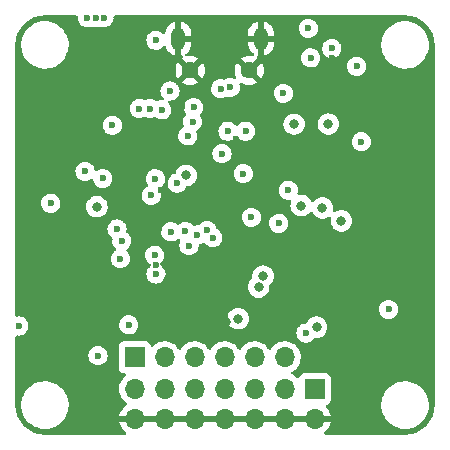
<source format=gbr>
%TF.GenerationSoftware,KiCad,Pcbnew,(6.0.0)*%
%TF.CreationDate,2022-05-23T22:47:49+07:00*%
%TF.ProjectId,MINI-FC,4d494e49-2d46-4432-9e6b-696361645f70,rev?*%
%TF.SameCoordinates,Original*%
%TF.FileFunction,Copper,L3,Inr*%
%TF.FilePolarity,Positive*%
%FSLAX46Y46*%
G04 Gerber Fmt 4.6, Leading zero omitted, Abs format (unit mm)*
G04 Created by KiCad (PCBNEW (6.0.0)) date 2022-05-23 22:47:49*
%MOMM*%
%LPD*%
G01*
G04 APERTURE LIST*
%TA.AperFunction,ComponentPad*%
%ADD10R,1.700000X1.700000*%
%TD*%
%TA.AperFunction,ComponentPad*%
%ADD11O,1.700000X1.700000*%
%TD*%
%TA.AperFunction,ComponentPad*%
%ADD12C,1.450000*%
%TD*%
%TA.AperFunction,ComponentPad*%
%ADD13O,1.200000X1.900000*%
%TD*%
%TA.AperFunction,ViaPad*%
%ADD14C,0.800000*%
%TD*%
%TA.AperFunction,ViaPad*%
%ADD15C,0.600000*%
%TD*%
G04 APERTURE END LIST*
D10*
%TO.N,+5V*%
%TO.C,PWR1*%
X125875000Y-92125000D03*
D11*
%TO.N,GND*%
X125875000Y-94665000D03*
%TO.N,+5V*%
X123335000Y-92125000D03*
%TO.N,GND*%
X123335000Y-94665000D03*
%TO.N,+5V*%
X120795000Y-92125000D03*
%TO.N,GND*%
X120795000Y-94665000D03*
%TO.N,+5V*%
X118255000Y-92125000D03*
%TO.N,GND*%
X118255000Y-94665000D03*
%TO.N,+5V*%
X115715000Y-92125000D03*
%TO.N,GND*%
X115715000Y-94665000D03*
%TO.N,+5V*%
X113175000Y-92125000D03*
%TO.N,GND*%
X113175000Y-94665000D03*
%TO.N,+5V*%
X110635000Y-92125000D03*
%TO.N,GND*%
X110635000Y-94665000D03*
%TD*%
D10*
%TO.N,PWM1*%
%TO.C,PWM_SIG1*%
X110600000Y-89450000D03*
D11*
%TO.N,PWM2*%
X113140000Y-89450000D03*
%TO.N,PWM3*%
X115680000Y-89450000D03*
%TO.N,PWM4*%
X118220000Y-89450000D03*
%TO.N,PWM5*%
X120760000Y-89450000D03*
%TO.N,PWM6*%
X123300000Y-89450000D03*
%TD*%
D12*
%TO.N,GND*%
%TO.C,J1*%
X120300000Y-65162500D03*
X115300000Y-65162500D03*
D13*
X114300000Y-62462500D03*
X121300000Y-62462500D03*
%TD*%
D14*
%TO.N,+3V3*%
X119363261Y-86187859D03*
D15*
X115200000Y-80000000D03*
X106600000Y-60700000D03*
X108700000Y-69800000D03*
X112400000Y-82400000D03*
X107300000Y-60700000D03*
X123600000Y-75300000D03*
D14*
X124100000Y-69700000D03*
D15*
X123200000Y-67100000D03*
D14*
X127000000Y-69700000D03*
D15*
X113600000Y-66900000D03*
D14*
X107400000Y-76700000D03*
D15*
X120491219Y-77600000D03*
X112900000Y-68500000D03*
X122800000Y-78100000D03*
X125500000Y-64100000D03*
X125100000Y-87400000D03*
X127300000Y-63300000D03*
X108000000Y-60700000D03*
X100800000Y-86800000D03*
X112000000Y-75728254D03*
%TO.N,GND*%
X127300000Y-64100000D03*
X129900000Y-86700000D03*
X128700000Y-63300000D03*
D14*
X127100000Y-68400000D03*
D15*
X107100000Y-67000000D03*
X120500000Y-78800000D03*
X127900000Y-85700000D03*
X115200000Y-71800000D03*
X106800000Y-65900000D03*
X124600000Y-65400000D03*
X131000000Y-87400000D03*
X105500000Y-74300000D03*
X129800000Y-72500000D03*
X119200000Y-71000000D03*
D14*
X118300000Y-86500000D03*
D15*
X125400000Y-80500000D03*
X108400000Y-72400000D03*
D14*
X124100000Y-68400000D03*
D15*
X116300000Y-66800000D03*
X100800000Y-90200000D03*
X123100000Y-70900000D03*
X106500000Y-74900000D03*
X109600000Y-75200000D03*
X108000000Y-67000000D03*
X112800000Y-75324500D03*
X114700000Y-66800000D03*
X114600000Y-68300000D03*
X108800000Y-68700000D03*
X107800000Y-65900000D03*
X114200000Y-81500000D03*
X110700000Y-75400000D03*
X131000000Y-73200000D03*
X109900000Y-68600000D03*
X127300000Y-86700000D03*
X112400000Y-81600000D03*
X107200000Y-71900000D03*
X107100000Y-68700000D03*
X113500000Y-73400000D03*
X100900000Y-66400000D03*
%TO.N,HSE_IN*%
X109519853Y-79585844D03*
%TO.N,Net-(C11-Pad2)*%
X111000000Y-68400000D03*
%TO.N,Net-(C13-Pad2)*%
X107900000Y-74300000D03*
%TO.N,VUSB*%
X115600000Y-68300000D03*
X115500000Y-69500000D03*
%TO.N,Net-(C15-Pad2)*%
X119800000Y-73900000D03*
%TO.N,+5V*%
X103500000Y-76400000D03*
X125300000Y-61600000D03*
X129800000Y-71200000D03*
X112400000Y-62600000D03*
X132100000Y-85400000D03*
X129400000Y-64800000D03*
%TO.N,Net-(J1-Pad2)*%
X118700000Y-66600000D03*
%TO.N,Net-(J1-Pad3)*%
X117900000Y-66700000D03*
%TO.N,NRST*%
X112300000Y-80800000D03*
X110100000Y-86700000D03*
D14*
%TO.N,BOOT*%
X114958879Y-74049532D03*
D15*
%TO.N,HSE_OUT*%
X109400000Y-81100000D03*
%TO.N,LED_PC13*%
X109108411Y-78591589D03*
X106400000Y-73700000D03*
%TO.N,LED_STATUS*%
X117221075Y-79326593D03*
X107500000Y-89300000D03*
D14*
%TO.N,Net-(R7-Pad2)*%
X124700000Y-76600000D03*
%TO.N,Net-(R8-Pad2)*%
X126000000Y-86900000D03*
D15*
%TO.N,I2C1_SDA*%
X113668595Y-78823928D03*
%TO.N,I2C1_SLC*%
X114900000Y-78800000D03*
X112360746Y-74343923D03*
X114200000Y-74700000D03*
%TO.N,Net-(R11-Pad1)*%
X111900000Y-68400000D03*
%TO.N,Net-(R12-Pad2)*%
X118500000Y-70300000D03*
%TO.N,Net-(R13-Pad1)*%
X120000000Y-70300000D03*
%TO.N,Net-(R14-Pad1)*%
X115100000Y-70700000D03*
%TO.N,UART1_RX*%
X115900000Y-79100000D03*
%TO.N,UART1_TX*%
X116724500Y-78700000D03*
%TO.N,Net-(R15-Pad2)*%
X118000000Y-72200000D03*
D14*
%TO.N,SPI2_SCK*%
X126500000Y-76800000D03*
X121100000Y-83500000D03*
%TO.N,SPI2_MOSI*%
X121475500Y-82573716D03*
X128100000Y-77900000D03*
%TD*%
%TA.AperFunction,Conductor*%
%TO.N,GND*%
G36*
X105734486Y-60528002D02*
G01*
X105780979Y-60581658D01*
X105791371Y-60649792D01*
X105786463Y-60688640D01*
X105804163Y-60869160D01*
X105861418Y-61041273D01*
X105865065Y-61047295D01*
X105865066Y-61047297D01*
X105933723Y-61160663D01*
X105955380Y-61196424D01*
X105960269Y-61201487D01*
X105960270Y-61201488D01*
X105999845Y-61242469D01*
X106081382Y-61326902D01*
X106145392Y-61368789D01*
X106213093Y-61413091D01*
X106233159Y-61426222D01*
X106239763Y-61428678D01*
X106239765Y-61428679D01*
X106396558Y-61486990D01*
X106396560Y-61486990D01*
X106403168Y-61489448D01*
X106486995Y-61500633D01*
X106575980Y-61512507D01*
X106575984Y-61512507D01*
X106582961Y-61513438D01*
X106589972Y-61512800D01*
X106589976Y-61512800D01*
X106732459Y-61499832D01*
X106763600Y-61496998D01*
X106770300Y-61494821D01*
X106770305Y-61494820D01*
X106913934Y-61448152D01*
X106984902Y-61446125D01*
X106996789Y-61449887D01*
X107096563Y-61486992D01*
X107096566Y-61486993D01*
X107103168Y-61489448D01*
X107110149Y-61490379D01*
X107110151Y-61490380D01*
X107275980Y-61512507D01*
X107275984Y-61512507D01*
X107282961Y-61513438D01*
X107289972Y-61512800D01*
X107289976Y-61512800D01*
X107432459Y-61499832D01*
X107463600Y-61496998D01*
X107470300Y-61494821D01*
X107470305Y-61494820D01*
X107613934Y-61448152D01*
X107684902Y-61446125D01*
X107696789Y-61449887D01*
X107796563Y-61486992D01*
X107796566Y-61486993D01*
X107803168Y-61489448D01*
X107810149Y-61490379D01*
X107810151Y-61490380D01*
X107975980Y-61512507D01*
X107975984Y-61512507D01*
X107982961Y-61513438D01*
X107989972Y-61512800D01*
X107989976Y-61512800D01*
X108132459Y-61499832D01*
X108163600Y-61496998D01*
X108170302Y-61494820D01*
X108170304Y-61494820D01*
X108329409Y-61443124D01*
X108329412Y-61443123D01*
X108336108Y-61440947D01*
X108457154Y-61368789D01*
X108485860Y-61351677D01*
X108485862Y-61351676D01*
X108491912Y-61348069D01*
X108623266Y-61222982D01*
X108723643Y-61071902D01*
X108768497Y-60953825D01*
X108785555Y-60908920D01*
X108785556Y-60908918D01*
X108788055Y-60902338D01*
X108789035Y-60895366D01*
X108812748Y-60726639D01*
X108812748Y-60726636D01*
X108813299Y-60722717D01*
X108813616Y-60700000D01*
X108807788Y-60648045D01*
X108820072Y-60578120D01*
X108868210Y-60525936D01*
X108933003Y-60508000D01*
X133450672Y-60508000D01*
X133470057Y-60509500D01*
X133484858Y-60511805D01*
X133484861Y-60511805D01*
X133493730Y-60513186D01*
X133510899Y-60510941D01*
X133534839Y-60510108D01*
X133792770Y-60525710D01*
X133807874Y-60527544D01*
X133878648Y-60540514D01*
X134088879Y-60579040D01*
X134103641Y-60582678D01*
X134376408Y-60667675D01*
X134390627Y-60673069D01*
X134651140Y-60790316D01*
X134664609Y-60797385D01*
X134909095Y-60945182D01*
X134921617Y-60953825D01*
X135146507Y-61130016D01*
X135157895Y-61140106D01*
X135359894Y-61342105D01*
X135369984Y-61353493D01*
X135546175Y-61578383D01*
X135554818Y-61590905D01*
X135702615Y-61835391D01*
X135709684Y-61848860D01*
X135826930Y-62109370D01*
X135832325Y-62123592D01*
X135915460Y-62390380D01*
X135917321Y-62396353D01*
X135920960Y-62411121D01*
X135940407Y-62517236D01*
X135972456Y-62692126D01*
X135974290Y-62707230D01*
X135989455Y-62957929D01*
X135988198Y-62984639D01*
X135988195Y-62984859D01*
X135986814Y-62993730D01*
X135987978Y-63002632D01*
X135987978Y-63002635D01*
X135990936Y-63025251D01*
X135992000Y-63041589D01*
X135992000Y-93450672D01*
X135990500Y-93470057D01*
X135988407Y-93483500D01*
X135986814Y-93493730D01*
X135988454Y-93506270D01*
X135989059Y-93510897D01*
X135989892Y-93534839D01*
X135974290Y-93792770D01*
X135972456Y-93807874D01*
X135932518Y-94025814D01*
X135920962Y-94088873D01*
X135917322Y-94103641D01*
X135869162Y-94258193D01*
X135832326Y-94376404D01*
X135826931Y-94390627D01*
X135823081Y-94399183D01*
X135709686Y-94651136D01*
X135702615Y-94664609D01*
X135554818Y-94909095D01*
X135546175Y-94921617D01*
X135369984Y-95146507D01*
X135359894Y-95157895D01*
X135157895Y-95359894D01*
X135146507Y-95369984D01*
X134921617Y-95546175D01*
X134909095Y-95554818D01*
X134664609Y-95702615D01*
X134651140Y-95709684D01*
X134531741Y-95763421D01*
X134390630Y-95826930D01*
X134376408Y-95832325D01*
X134103641Y-95917322D01*
X134088879Y-95920960D01*
X133878781Y-95959462D01*
X133807874Y-95972456D01*
X133792770Y-95974290D01*
X133542071Y-95989455D01*
X133515361Y-95988198D01*
X133515141Y-95988195D01*
X133506270Y-95986814D01*
X133497368Y-95987978D01*
X133497365Y-95987978D01*
X133474749Y-95990936D01*
X133458411Y-95992000D01*
X126746908Y-95992000D01*
X126678787Y-95971998D01*
X126632294Y-95918342D01*
X126622190Y-95848068D01*
X126651684Y-95783488D01*
X126673740Y-95763421D01*
X126750327Y-95708792D01*
X126758200Y-95702139D01*
X126909052Y-95551812D01*
X126915730Y-95543965D01*
X127040003Y-95371020D01*
X127045313Y-95362183D01*
X127139670Y-95171267D01*
X127143469Y-95161672D01*
X127205377Y-94957910D01*
X127207555Y-94947837D01*
X127208986Y-94936962D01*
X127206775Y-94922778D01*
X127193617Y-94919000D01*
X109318225Y-94919000D01*
X109304694Y-94922973D01*
X109303257Y-94932966D01*
X109333565Y-95067446D01*
X109336645Y-95077275D01*
X109416770Y-95274603D01*
X109421413Y-95283794D01*
X109532694Y-95465388D01*
X109538777Y-95473699D01*
X109678213Y-95634667D01*
X109685580Y-95641883D01*
X109838761Y-95769056D01*
X109878396Y-95827959D01*
X109879894Y-95898939D01*
X109842779Y-95959462D01*
X109778835Y-95990311D01*
X109758276Y-95992000D01*
X103049328Y-95992000D01*
X103029943Y-95990500D01*
X103015142Y-95988195D01*
X103015139Y-95988195D01*
X103006270Y-95986814D01*
X102989101Y-95989059D01*
X102965161Y-95989892D01*
X102707230Y-95974290D01*
X102692126Y-95972456D01*
X102621219Y-95959462D01*
X102411121Y-95920960D01*
X102396359Y-95917322D01*
X102123592Y-95832325D01*
X102109370Y-95826930D01*
X101968259Y-95763421D01*
X101848860Y-95709684D01*
X101835391Y-95702615D01*
X101590905Y-95554818D01*
X101578383Y-95546175D01*
X101353493Y-95369984D01*
X101342105Y-95359894D01*
X101140106Y-95157895D01*
X101130016Y-95146507D01*
X100953825Y-94921617D01*
X100945182Y-94909095D01*
X100797385Y-94664609D01*
X100790314Y-94651136D01*
X100676920Y-94399183D01*
X100673069Y-94390627D01*
X100667674Y-94376404D01*
X100630838Y-94258193D01*
X100582678Y-94103641D01*
X100579038Y-94088873D01*
X100567483Y-94025814D01*
X100527544Y-93807874D01*
X100525710Y-93792770D01*
X100510545Y-93542071D01*
X100511802Y-93515361D01*
X100511805Y-93515141D01*
X100513186Y-93506270D01*
X100511547Y-93493730D01*
X100509064Y-93474749D01*
X100508000Y-93458411D01*
X100508000Y-93429733D01*
X100987822Y-93429733D01*
X100987975Y-93434121D01*
X100987975Y-93434127D01*
X100996271Y-93671677D01*
X100997625Y-93710458D01*
X100998387Y-93714781D01*
X100998388Y-93714788D01*
X101022164Y-93849624D01*
X101046402Y-93987087D01*
X101133203Y-94254235D01*
X101256340Y-94506702D01*
X101258795Y-94510341D01*
X101258798Y-94510347D01*
X101265004Y-94519547D01*
X101413415Y-94739576D01*
X101601371Y-94948322D01*
X101604733Y-94951143D01*
X101604734Y-94951144D01*
X101669105Y-95005157D01*
X101816550Y-95128879D01*
X102054764Y-95277731D01*
X102193133Y-95339337D01*
X102251420Y-95365288D01*
X102311375Y-95391982D01*
X102315603Y-95393194D01*
X102315602Y-95393194D01*
X102567357Y-95465383D01*
X102581390Y-95469407D01*
X102585740Y-95470018D01*
X102585743Y-95470019D01*
X102688690Y-95484487D01*
X102859552Y-95508500D01*
X103070146Y-95508500D01*
X103072332Y-95508347D01*
X103072336Y-95508347D01*
X103275827Y-95494118D01*
X103275832Y-95494117D01*
X103280212Y-95493811D01*
X103554970Y-95435409D01*
X103559099Y-95433906D01*
X103559103Y-95433905D01*
X103814781Y-95340846D01*
X103814785Y-95340844D01*
X103818926Y-95339337D01*
X104066942Y-95207464D01*
X104129970Y-95161672D01*
X104290629Y-95044947D01*
X104290632Y-95044944D01*
X104294192Y-95042358D01*
X104381641Y-94957910D01*
X104493087Y-94850287D01*
X104496252Y-94847231D01*
X104669188Y-94625882D01*
X104671384Y-94622078D01*
X104671389Y-94622071D01*
X104807435Y-94386431D01*
X104809636Y-94382619D01*
X104914862Y-94122176D01*
X104921295Y-94096374D01*
X104981753Y-93853893D01*
X104981754Y-93853888D01*
X104982817Y-93849624D01*
X104984047Y-93837926D01*
X105011719Y-93574636D01*
X105011719Y-93574633D01*
X105012178Y-93570267D01*
X105012025Y-93565873D01*
X105002529Y-93293939D01*
X105002528Y-93293933D01*
X105002375Y-93289542D01*
X105001535Y-93284774D01*
X104967669Y-93092715D01*
X104953598Y-93012913D01*
X104866797Y-92745765D01*
X104861464Y-92734829D01*
X104760388Y-92527596D01*
X104743660Y-92493298D01*
X104741205Y-92489659D01*
X104741202Y-92489653D01*
X104626612Y-92319767D01*
X104586585Y-92260424D01*
X104398629Y-92051678D01*
X104183450Y-91871121D01*
X103945236Y-91722269D01*
X103688625Y-91608018D01*
X103418610Y-91530593D01*
X103414260Y-91529982D01*
X103414257Y-91529981D01*
X103311310Y-91515513D01*
X103140448Y-91491500D01*
X102929854Y-91491500D01*
X102927668Y-91491653D01*
X102927664Y-91491653D01*
X102724173Y-91505882D01*
X102724168Y-91505883D01*
X102719788Y-91506189D01*
X102445030Y-91564591D01*
X102440901Y-91566094D01*
X102440897Y-91566095D01*
X102185219Y-91659154D01*
X102185215Y-91659156D01*
X102181074Y-91660663D01*
X101933058Y-91792536D01*
X101929499Y-91795122D01*
X101929497Y-91795123D01*
X101819959Y-91874707D01*
X101705808Y-91957642D01*
X101503748Y-92152769D01*
X101330812Y-92374118D01*
X101328616Y-92377922D01*
X101328611Y-92377929D01*
X101214794Y-92575067D01*
X101190364Y-92617381D01*
X101085138Y-92877824D01*
X101084073Y-92882097D01*
X101084072Y-92882099D01*
X101029185Y-93102240D01*
X101017183Y-93150376D01*
X101016724Y-93154744D01*
X101016723Y-93154749D01*
X100991559Y-93394174D01*
X100987822Y-93429733D01*
X100508000Y-93429733D01*
X100508000Y-90348134D01*
X109241500Y-90348134D01*
X109248255Y-90410316D01*
X109299385Y-90546705D01*
X109386739Y-90663261D01*
X109503295Y-90750615D01*
X109639684Y-90801745D01*
X109701866Y-90808500D01*
X109748043Y-90808500D01*
X109816164Y-90828502D01*
X109862657Y-90882158D01*
X109872761Y-90952432D01*
X109843267Y-91017012D01*
X109823697Y-91035259D01*
X109729965Y-91105635D01*
X109690525Y-91146907D01*
X109636280Y-91203671D01*
X109575629Y-91267138D01*
X109449743Y-91451680D01*
X109424441Y-91506189D01*
X109377174Y-91608018D01*
X109355688Y-91654305D01*
X109295989Y-91869570D01*
X109272251Y-92091695D01*
X109285110Y-92314715D01*
X109286247Y-92319761D01*
X109286248Y-92319767D01*
X109297716Y-92370653D01*
X109334222Y-92532639D01*
X109418266Y-92739616D01*
X109455685Y-92800678D01*
X109532291Y-92925688D01*
X109534987Y-92930088D01*
X109681250Y-93098938D01*
X109853126Y-93241632D01*
X109926955Y-93284774D01*
X109975679Y-93336412D01*
X109988750Y-93406195D01*
X109962019Y-93471967D01*
X109921562Y-93505327D01*
X109913457Y-93509546D01*
X109904738Y-93515036D01*
X109734433Y-93642905D01*
X109726726Y-93649748D01*
X109579590Y-93803717D01*
X109573104Y-93811727D01*
X109453098Y-93987649D01*
X109448000Y-93996623D01*
X109358338Y-94189783D01*
X109354775Y-94199470D01*
X109299389Y-94399183D01*
X109300912Y-94407607D01*
X109313292Y-94411000D01*
X127193344Y-94411000D01*
X127206875Y-94407027D01*
X127208180Y-94397947D01*
X127166214Y-94230875D01*
X127162894Y-94221124D01*
X127077972Y-94025814D01*
X127073105Y-94016739D01*
X126957426Y-93837926D01*
X126951136Y-93829757D01*
X126807293Y-93671677D01*
X126776241Y-93607831D01*
X126784635Y-93537333D01*
X126829812Y-93482564D01*
X126856256Y-93468895D01*
X126960720Y-93429733D01*
X131487822Y-93429733D01*
X131487975Y-93434121D01*
X131487975Y-93434127D01*
X131496271Y-93671677D01*
X131497625Y-93710458D01*
X131498387Y-93714781D01*
X131498388Y-93714788D01*
X131522164Y-93849624D01*
X131546402Y-93987087D01*
X131633203Y-94254235D01*
X131756340Y-94506702D01*
X131758795Y-94510341D01*
X131758798Y-94510347D01*
X131765004Y-94519547D01*
X131913415Y-94739576D01*
X132101371Y-94948322D01*
X132104733Y-94951143D01*
X132104734Y-94951144D01*
X132169105Y-95005157D01*
X132316550Y-95128879D01*
X132554764Y-95277731D01*
X132693133Y-95339337D01*
X132751420Y-95365288D01*
X132811375Y-95391982D01*
X132815603Y-95393194D01*
X132815602Y-95393194D01*
X133067357Y-95465383D01*
X133081390Y-95469407D01*
X133085740Y-95470018D01*
X133085743Y-95470019D01*
X133188690Y-95484487D01*
X133359552Y-95508500D01*
X133570146Y-95508500D01*
X133572332Y-95508347D01*
X133572336Y-95508347D01*
X133775827Y-95494118D01*
X133775832Y-95494117D01*
X133780212Y-95493811D01*
X134054970Y-95435409D01*
X134059099Y-95433906D01*
X134059103Y-95433905D01*
X134314781Y-95340846D01*
X134314785Y-95340844D01*
X134318926Y-95339337D01*
X134566942Y-95207464D01*
X134629970Y-95161672D01*
X134790629Y-95044947D01*
X134790632Y-95044944D01*
X134794192Y-95042358D01*
X134881641Y-94957910D01*
X134993087Y-94850287D01*
X134996252Y-94847231D01*
X135169188Y-94625882D01*
X135171384Y-94622078D01*
X135171389Y-94622071D01*
X135307435Y-94386431D01*
X135309636Y-94382619D01*
X135414862Y-94122176D01*
X135421295Y-94096374D01*
X135481753Y-93853893D01*
X135481754Y-93853888D01*
X135482817Y-93849624D01*
X135484047Y-93837926D01*
X135511719Y-93574636D01*
X135511719Y-93574633D01*
X135512178Y-93570267D01*
X135512025Y-93565873D01*
X135502529Y-93293939D01*
X135502528Y-93293933D01*
X135502375Y-93289542D01*
X135501535Y-93284774D01*
X135467669Y-93092715D01*
X135453598Y-93012913D01*
X135366797Y-92745765D01*
X135361464Y-92734829D01*
X135260388Y-92527596D01*
X135243660Y-92493298D01*
X135241205Y-92489659D01*
X135241202Y-92489653D01*
X135126612Y-92319767D01*
X135086585Y-92260424D01*
X134898629Y-92051678D01*
X134683450Y-91871121D01*
X134445236Y-91722269D01*
X134188625Y-91608018D01*
X133918610Y-91530593D01*
X133914260Y-91529982D01*
X133914257Y-91529981D01*
X133811310Y-91515513D01*
X133640448Y-91491500D01*
X133429854Y-91491500D01*
X133427668Y-91491653D01*
X133427664Y-91491653D01*
X133224173Y-91505882D01*
X133224168Y-91505883D01*
X133219788Y-91506189D01*
X132945030Y-91564591D01*
X132940901Y-91566094D01*
X132940897Y-91566095D01*
X132685219Y-91659154D01*
X132685215Y-91659156D01*
X132681074Y-91660663D01*
X132433058Y-91792536D01*
X132429499Y-91795122D01*
X132429497Y-91795123D01*
X132319959Y-91874707D01*
X132205808Y-91957642D01*
X132003748Y-92152769D01*
X131830812Y-92374118D01*
X131828616Y-92377922D01*
X131828611Y-92377929D01*
X131714794Y-92575067D01*
X131690364Y-92617381D01*
X131585138Y-92877824D01*
X131584073Y-92882097D01*
X131584072Y-92882099D01*
X131529185Y-93102240D01*
X131517183Y-93150376D01*
X131516724Y-93154744D01*
X131516723Y-93154749D01*
X131491559Y-93394174D01*
X131487822Y-93429733D01*
X126960720Y-93429733D01*
X126963297Y-93428767D01*
X126971705Y-93425615D01*
X127088261Y-93338261D01*
X127175615Y-93221705D01*
X127226745Y-93085316D01*
X127233500Y-93023134D01*
X127233500Y-91226866D01*
X127226745Y-91164684D01*
X127175615Y-91028295D01*
X127088261Y-90911739D01*
X126971705Y-90824385D01*
X126835316Y-90773255D01*
X126773134Y-90766500D01*
X124976866Y-90766500D01*
X124914684Y-90773255D01*
X124778295Y-90824385D01*
X124661739Y-90911739D01*
X124574385Y-91028295D01*
X124571233Y-91036703D01*
X124529919Y-91146907D01*
X124487277Y-91203671D01*
X124420716Y-91228371D01*
X124351367Y-91213163D01*
X124318743Y-91187476D01*
X124268151Y-91131875D01*
X124268142Y-91131866D01*
X124264670Y-91128051D01*
X124260619Y-91124852D01*
X124260615Y-91124848D01*
X124093414Y-90992800D01*
X124093410Y-90992798D01*
X124089359Y-90989598D01*
X123904435Y-90887515D01*
X123854464Y-90837082D01*
X123839692Y-90767639D01*
X123864808Y-90701234D01*
X123909894Y-90664056D01*
X123997994Y-90620896D01*
X124179860Y-90491173D01*
X124338096Y-90333489D01*
X124468453Y-90152077D01*
X124487550Y-90113438D01*
X124565136Y-89956453D01*
X124565137Y-89956451D01*
X124567430Y-89951811D01*
X124632370Y-89738069D01*
X124661529Y-89516590D01*
X124661611Y-89513240D01*
X124663074Y-89453365D01*
X124663074Y-89453361D01*
X124663156Y-89450000D01*
X124644852Y-89227361D01*
X124590431Y-89010702D01*
X124501354Y-88805840D01*
X124414067Y-88670915D01*
X124382822Y-88622617D01*
X124382820Y-88622614D01*
X124380014Y-88618277D01*
X124229670Y-88453051D01*
X124225619Y-88449852D01*
X124225615Y-88449848D01*
X124058414Y-88317800D01*
X124058410Y-88317798D01*
X124054359Y-88314598D01*
X123858789Y-88206638D01*
X123853920Y-88204914D01*
X123853916Y-88204912D01*
X123653087Y-88133795D01*
X123653083Y-88133794D01*
X123648212Y-88132069D01*
X123643119Y-88131162D01*
X123643116Y-88131161D01*
X123433373Y-88093800D01*
X123433367Y-88093799D01*
X123428284Y-88092894D01*
X123354452Y-88091992D01*
X123210081Y-88090228D01*
X123210079Y-88090228D01*
X123204911Y-88090165D01*
X122984091Y-88123955D01*
X122771756Y-88193357D01*
X122573607Y-88296507D01*
X122569474Y-88299610D01*
X122569471Y-88299612D01*
X122399100Y-88427530D01*
X122394965Y-88430635D01*
X122391393Y-88434373D01*
X122283729Y-88547037D01*
X122240629Y-88592138D01*
X122133201Y-88749621D01*
X122078293Y-88794621D01*
X122007768Y-88802792D01*
X121944021Y-88771538D01*
X121923324Y-88747054D01*
X121842822Y-88622617D01*
X121842820Y-88622614D01*
X121840014Y-88618277D01*
X121689670Y-88453051D01*
X121685619Y-88449852D01*
X121685615Y-88449848D01*
X121518414Y-88317800D01*
X121518410Y-88317798D01*
X121514359Y-88314598D01*
X121318789Y-88206638D01*
X121313920Y-88204914D01*
X121313916Y-88204912D01*
X121113087Y-88133795D01*
X121113083Y-88133794D01*
X121108212Y-88132069D01*
X121103119Y-88131162D01*
X121103116Y-88131161D01*
X120893373Y-88093800D01*
X120893367Y-88093799D01*
X120888284Y-88092894D01*
X120814452Y-88091992D01*
X120670081Y-88090228D01*
X120670079Y-88090228D01*
X120664911Y-88090165D01*
X120444091Y-88123955D01*
X120231756Y-88193357D01*
X120033607Y-88296507D01*
X120029474Y-88299610D01*
X120029471Y-88299612D01*
X119859100Y-88427530D01*
X119854965Y-88430635D01*
X119851393Y-88434373D01*
X119743729Y-88547037D01*
X119700629Y-88592138D01*
X119593201Y-88749621D01*
X119538293Y-88794621D01*
X119467768Y-88802792D01*
X119404021Y-88771538D01*
X119383324Y-88747054D01*
X119302822Y-88622617D01*
X119302820Y-88622614D01*
X119300014Y-88618277D01*
X119149670Y-88453051D01*
X119145619Y-88449852D01*
X119145615Y-88449848D01*
X118978414Y-88317800D01*
X118978410Y-88317798D01*
X118974359Y-88314598D01*
X118778789Y-88206638D01*
X118773920Y-88204914D01*
X118773916Y-88204912D01*
X118573087Y-88133795D01*
X118573083Y-88133794D01*
X118568212Y-88132069D01*
X118563119Y-88131162D01*
X118563116Y-88131161D01*
X118353373Y-88093800D01*
X118353367Y-88093799D01*
X118348284Y-88092894D01*
X118274452Y-88091992D01*
X118130081Y-88090228D01*
X118130079Y-88090228D01*
X118124911Y-88090165D01*
X117904091Y-88123955D01*
X117691756Y-88193357D01*
X117493607Y-88296507D01*
X117489474Y-88299610D01*
X117489471Y-88299612D01*
X117319100Y-88427530D01*
X117314965Y-88430635D01*
X117311393Y-88434373D01*
X117203729Y-88547037D01*
X117160629Y-88592138D01*
X117053201Y-88749621D01*
X116998293Y-88794621D01*
X116927768Y-88802792D01*
X116864021Y-88771538D01*
X116843324Y-88747054D01*
X116762822Y-88622617D01*
X116762820Y-88622614D01*
X116760014Y-88618277D01*
X116609670Y-88453051D01*
X116605619Y-88449852D01*
X116605615Y-88449848D01*
X116438414Y-88317800D01*
X116438410Y-88317798D01*
X116434359Y-88314598D01*
X116238789Y-88206638D01*
X116233920Y-88204914D01*
X116233916Y-88204912D01*
X116033087Y-88133795D01*
X116033083Y-88133794D01*
X116028212Y-88132069D01*
X116023119Y-88131162D01*
X116023116Y-88131161D01*
X115813373Y-88093800D01*
X115813367Y-88093799D01*
X115808284Y-88092894D01*
X115734452Y-88091992D01*
X115590081Y-88090228D01*
X115590079Y-88090228D01*
X115584911Y-88090165D01*
X115364091Y-88123955D01*
X115151756Y-88193357D01*
X114953607Y-88296507D01*
X114949474Y-88299610D01*
X114949471Y-88299612D01*
X114779100Y-88427530D01*
X114774965Y-88430635D01*
X114771393Y-88434373D01*
X114663729Y-88547037D01*
X114620629Y-88592138D01*
X114513201Y-88749621D01*
X114458293Y-88794621D01*
X114387768Y-88802792D01*
X114324021Y-88771538D01*
X114303324Y-88747054D01*
X114222822Y-88622617D01*
X114222820Y-88622614D01*
X114220014Y-88618277D01*
X114069670Y-88453051D01*
X114065619Y-88449852D01*
X114065615Y-88449848D01*
X113898414Y-88317800D01*
X113898410Y-88317798D01*
X113894359Y-88314598D01*
X113698789Y-88206638D01*
X113693920Y-88204914D01*
X113693916Y-88204912D01*
X113493087Y-88133795D01*
X113493083Y-88133794D01*
X113488212Y-88132069D01*
X113483119Y-88131162D01*
X113483116Y-88131161D01*
X113273373Y-88093800D01*
X113273367Y-88093799D01*
X113268284Y-88092894D01*
X113194452Y-88091992D01*
X113050081Y-88090228D01*
X113050079Y-88090228D01*
X113044911Y-88090165D01*
X112824091Y-88123955D01*
X112611756Y-88193357D01*
X112413607Y-88296507D01*
X112409474Y-88299610D01*
X112409471Y-88299612D01*
X112239100Y-88427530D01*
X112234965Y-88430635D01*
X112163553Y-88505364D01*
X112154283Y-88515064D01*
X112092759Y-88550494D01*
X112021846Y-88547037D01*
X111964060Y-88505791D01*
X111945207Y-88472243D01*
X111903767Y-88361703D01*
X111900615Y-88353295D01*
X111813261Y-88236739D01*
X111696705Y-88149385D01*
X111560316Y-88098255D01*
X111498134Y-88091500D01*
X109701866Y-88091500D01*
X109639684Y-88098255D01*
X109503295Y-88149385D01*
X109386739Y-88236739D01*
X109299385Y-88353295D01*
X109248255Y-88489684D01*
X109241500Y-88551866D01*
X109241500Y-90348134D01*
X100508000Y-90348134D01*
X100508000Y-89288640D01*
X106686463Y-89288640D01*
X106704163Y-89469160D01*
X106761418Y-89641273D01*
X106765065Y-89647295D01*
X106765066Y-89647297D01*
X106775978Y-89665314D01*
X106855380Y-89796424D01*
X106981382Y-89926902D01*
X107133159Y-90026222D01*
X107139763Y-90028678D01*
X107139765Y-90028679D01*
X107296558Y-90086990D01*
X107296560Y-90086990D01*
X107303168Y-90089448D01*
X107386995Y-90100633D01*
X107475980Y-90112507D01*
X107475984Y-90112507D01*
X107482961Y-90113438D01*
X107489972Y-90112800D01*
X107489976Y-90112800D01*
X107632459Y-90099832D01*
X107663600Y-90096998D01*
X107670302Y-90094820D01*
X107670304Y-90094820D01*
X107829409Y-90043124D01*
X107829412Y-90043123D01*
X107836108Y-90040947D01*
X107991912Y-89948069D01*
X108123266Y-89822982D01*
X108223643Y-89671902D01*
X108288055Y-89502338D01*
X108289035Y-89495366D01*
X108312748Y-89326639D01*
X108312748Y-89326636D01*
X108313299Y-89322717D01*
X108313616Y-89300000D01*
X108293397Y-89119745D01*
X108291080Y-89113091D01*
X108236064Y-88955106D01*
X108236062Y-88955103D01*
X108233745Y-88948448D01*
X108147603Y-88810590D01*
X108141359Y-88800598D01*
X108137626Y-88794624D01*
X108090387Y-88747054D01*
X108014778Y-88670915D01*
X108014774Y-88670912D01*
X108009815Y-88665918D01*
X107998697Y-88658862D01*
X107941583Y-88622617D01*
X107856666Y-88568727D01*
X107799775Y-88548469D01*
X107692425Y-88510243D01*
X107692420Y-88510242D01*
X107685790Y-88507881D01*
X107678802Y-88507048D01*
X107678799Y-88507047D01*
X107555698Y-88492368D01*
X107505680Y-88486404D01*
X107498677Y-88487140D01*
X107498676Y-88487140D01*
X107332288Y-88504628D01*
X107332286Y-88504629D01*
X107325288Y-88505364D01*
X107153579Y-88563818D01*
X107147575Y-88567512D01*
X107005095Y-88655166D01*
X107005092Y-88655168D01*
X106999088Y-88658862D01*
X106994053Y-88663793D01*
X106994050Y-88663795D01*
X106909029Y-88747054D01*
X106869493Y-88785771D01*
X106771235Y-88938238D01*
X106768826Y-88944858D01*
X106768824Y-88944861D01*
X106711606Y-89102066D01*
X106709197Y-89108685D01*
X106686463Y-89288640D01*
X100508000Y-89288640D01*
X100508000Y-87720679D01*
X100528002Y-87652558D01*
X100581658Y-87606065D01*
X100650664Y-87595786D01*
X100775979Y-87612507D01*
X100775984Y-87612507D01*
X100782961Y-87613438D01*
X100789972Y-87612800D01*
X100789976Y-87612800D01*
X100932459Y-87599832D01*
X100963600Y-87596998D01*
X100970302Y-87594820D01*
X100970304Y-87594820D01*
X101129409Y-87543124D01*
X101129412Y-87543123D01*
X101136108Y-87540947D01*
X101291912Y-87448069D01*
X101423266Y-87322982D01*
X101523643Y-87171902D01*
X101568442Y-87053968D01*
X101585555Y-87008920D01*
X101585556Y-87008918D01*
X101588055Y-87002338D01*
X101603605Y-86891693D01*
X101612748Y-86826639D01*
X101612748Y-86826636D01*
X101613299Y-86822717D01*
X101613616Y-86800000D01*
X101601125Y-86688640D01*
X109286463Y-86688640D01*
X109304163Y-86869160D01*
X109361418Y-87041273D01*
X109365065Y-87047295D01*
X109365066Y-87047297D01*
X109444085Y-87177773D01*
X109455380Y-87196424D01*
X109460269Y-87201487D01*
X109460270Y-87201488D01*
X109475357Y-87217111D01*
X109581382Y-87326902D01*
X109587278Y-87330760D01*
X109686445Y-87395653D01*
X109733159Y-87426222D01*
X109739763Y-87428678D01*
X109739765Y-87428679D01*
X109896558Y-87486990D01*
X109896560Y-87486990D01*
X109903168Y-87489448D01*
X109986995Y-87500633D01*
X110075980Y-87512507D01*
X110075984Y-87512507D01*
X110082961Y-87513438D01*
X110089972Y-87512800D01*
X110089976Y-87512800D01*
X110232459Y-87499832D01*
X110263600Y-87496998D01*
X110270302Y-87494820D01*
X110270304Y-87494820D01*
X110429409Y-87443124D01*
X110429412Y-87443123D01*
X110436108Y-87440947D01*
X110523854Y-87388640D01*
X124286463Y-87388640D01*
X124304163Y-87569160D01*
X124361418Y-87741273D01*
X124365065Y-87747295D01*
X124365066Y-87747297D01*
X124433462Y-87860232D01*
X124455380Y-87896424D01*
X124581382Y-88026902D01*
X124733159Y-88126222D01*
X124739763Y-88128678D01*
X124739765Y-88128679D01*
X124896558Y-88186990D01*
X124896560Y-88186990D01*
X124903168Y-88189448D01*
X124986995Y-88200633D01*
X125075980Y-88212507D01*
X125075984Y-88212507D01*
X125082961Y-88213438D01*
X125089972Y-88212800D01*
X125089976Y-88212800D01*
X125232459Y-88199832D01*
X125263600Y-88196998D01*
X125270302Y-88194820D01*
X125270304Y-88194820D01*
X125429409Y-88143124D01*
X125429412Y-88143123D01*
X125436108Y-88140947D01*
X125591912Y-88048069D01*
X125723266Y-87922982D01*
X125764957Y-87860232D01*
X125819315Y-87814561D01*
X125891406Y-87807193D01*
X125891485Y-87806437D01*
X125895094Y-87806816D01*
X125896104Y-87806713D01*
X125898052Y-87807127D01*
X125898055Y-87807127D01*
X125904513Y-87808500D01*
X126095487Y-87808500D01*
X126101939Y-87807128D01*
X126101944Y-87807128D01*
X126188888Y-87788647D01*
X126282288Y-87768794D01*
X126288319Y-87766109D01*
X126450722Y-87693803D01*
X126450724Y-87693802D01*
X126456752Y-87691118D01*
X126611253Y-87578866D01*
X126643435Y-87543124D01*
X126734621Y-87441852D01*
X126734622Y-87441851D01*
X126739040Y-87436944D01*
X126797314Y-87336010D01*
X126831223Y-87277279D01*
X126831224Y-87277278D01*
X126834527Y-87271556D01*
X126893542Y-87089928D01*
X126913504Y-86900000D01*
X126902580Y-86796062D01*
X126894232Y-86716635D01*
X126894232Y-86716633D01*
X126893542Y-86710072D01*
X126834527Y-86528444D01*
X126739040Y-86363056D01*
X126720504Y-86342469D01*
X126615675Y-86226045D01*
X126615674Y-86226044D01*
X126611253Y-86221134D01*
X126484000Y-86128679D01*
X126462094Y-86112763D01*
X126462093Y-86112762D01*
X126456752Y-86108882D01*
X126450724Y-86106198D01*
X126450722Y-86106197D01*
X126288319Y-86033891D01*
X126288318Y-86033891D01*
X126282288Y-86031206D01*
X126188887Y-86011353D01*
X126101944Y-85992872D01*
X126101939Y-85992872D01*
X126095487Y-85991500D01*
X125904513Y-85991500D01*
X125898061Y-85992872D01*
X125898056Y-85992872D01*
X125811113Y-86011353D01*
X125717712Y-86031206D01*
X125711682Y-86033891D01*
X125711681Y-86033891D01*
X125549278Y-86106197D01*
X125549276Y-86106198D01*
X125543248Y-86108882D01*
X125537907Y-86112762D01*
X125537906Y-86112763D01*
X125516000Y-86128679D01*
X125388747Y-86221134D01*
X125384326Y-86226044D01*
X125384325Y-86226045D01*
X125279497Y-86342469D01*
X125260960Y-86363056D01*
X125165811Y-86527859D01*
X125114429Y-86576852D01*
X125069864Y-86590168D01*
X124974572Y-86600184D01*
X124932289Y-86604628D01*
X124932288Y-86604628D01*
X124925288Y-86605364D01*
X124753579Y-86663818D01*
X124747575Y-86667512D01*
X124605095Y-86755166D01*
X124605092Y-86755168D01*
X124599088Y-86758862D01*
X124594053Y-86763793D01*
X124594050Y-86763795D01*
X124484977Y-86870608D01*
X124469493Y-86885771D01*
X124371235Y-87038238D01*
X124368826Y-87044858D01*
X124368824Y-87044861D01*
X124311606Y-87202066D01*
X124309197Y-87208685D01*
X124286463Y-87388640D01*
X110523854Y-87388640D01*
X110591912Y-87348069D01*
X110723266Y-87222982D01*
X110823643Y-87071902D01*
X110888055Y-86902338D01*
X110891076Y-86880843D01*
X110912748Y-86726639D01*
X110912748Y-86726636D01*
X110913299Y-86722717D01*
X110913452Y-86711738D01*
X110913561Y-86703962D01*
X110913561Y-86703957D01*
X110913616Y-86700000D01*
X110893397Y-86519745D01*
X110891080Y-86513091D01*
X110836064Y-86355106D01*
X110836062Y-86355103D01*
X110833745Y-86348448D01*
X110737626Y-86194624D01*
X110730908Y-86187859D01*
X118449757Y-86187859D01*
X118469719Y-86377787D01*
X118528734Y-86559415D01*
X118624221Y-86724803D01*
X118628639Y-86729710D01*
X118628640Y-86729711D01*
X118695496Y-86803962D01*
X118752008Y-86866725D01*
X118906509Y-86978977D01*
X118912537Y-86981661D01*
X118912539Y-86981662D01*
X119059959Y-87047297D01*
X119080973Y-87056653D01*
X119152714Y-87071902D01*
X119261317Y-87094987D01*
X119261322Y-87094987D01*
X119267774Y-87096359D01*
X119458748Y-87096359D01*
X119465200Y-87094987D01*
X119465205Y-87094987D01*
X119573808Y-87071902D01*
X119645549Y-87056653D01*
X119666563Y-87047297D01*
X119813983Y-86981662D01*
X119813985Y-86981661D01*
X119820013Y-86978977D01*
X119974514Y-86866725D01*
X120031026Y-86803962D01*
X120097882Y-86729711D01*
X120097883Y-86729710D01*
X120102301Y-86724803D01*
X120197788Y-86559415D01*
X120256803Y-86377787D01*
X120276765Y-86187859D01*
X120260300Y-86031206D01*
X120257493Y-86004494D01*
X120257493Y-86004492D01*
X120256803Y-85997931D01*
X120197788Y-85816303D01*
X120102301Y-85650915D01*
X119974514Y-85508993D01*
X119820013Y-85396741D01*
X119813985Y-85394057D01*
X119813983Y-85394056D01*
X119801818Y-85388640D01*
X131286463Y-85388640D01*
X131304163Y-85569160D01*
X131361418Y-85741273D01*
X131365065Y-85747295D01*
X131365066Y-85747297D01*
X131449817Y-85887238D01*
X131455380Y-85896424D01*
X131460269Y-85901487D01*
X131460270Y-85901488D01*
X131466204Y-85907633D01*
X131581382Y-86026902D01*
X131641005Y-86065918D01*
X131706661Y-86108882D01*
X131733159Y-86126222D01*
X131739763Y-86128678D01*
X131739765Y-86128679D01*
X131896558Y-86186990D01*
X131896560Y-86186990D01*
X131903168Y-86189448D01*
X131986732Y-86200598D01*
X132075980Y-86212507D01*
X132075984Y-86212507D01*
X132082961Y-86213438D01*
X132089972Y-86212800D01*
X132089976Y-86212800D01*
X132232459Y-86199832D01*
X132263600Y-86196998D01*
X132270302Y-86194820D01*
X132270304Y-86194820D01*
X132429409Y-86143124D01*
X132429412Y-86143123D01*
X132436108Y-86140947D01*
X132557258Y-86068727D01*
X132585860Y-86051677D01*
X132585862Y-86051676D01*
X132591912Y-86048069D01*
X132723266Y-85922982D01*
X132823643Y-85771902D01*
X132888055Y-85602338D01*
X132889035Y-85595366D01*
X132912748Y-85426639D01*
X132912748Y-85426636D01*
X132913299Y-85422717D01*
X132913616Y-85400000D01*
X132893397Y-85219745D01*
X132891080Y-85213091D01*
X132836064Y-85055106D01*
X132836062Y-85055103D01*
X132833745Y-85048448D01*
X132737626Y-84894624D01*
X132723941Y-84880843D01*
X132614778Y-84770915D01*
X132614774Y-84770912D01*
X132609815Y-84765918D01*
X132598697Y-84758862D01*
X132550538Y-84728300D01*
X132456666Y-84668727D01*
X132427463Y-84658328D01*
X132292425Y-84610243D01*
X132292420Y-84610242D01*
X132285790Y-84607881D01*
X132278802Y-84607048D01*
X132278799Y-84607047D01*
X132155698Y-84592368D01*
X132105680Y-84586404D01*
X132098677Y-84587140D01*
X132098676Y-84587140D01*
X131932288Y-84604628D01*
X131932286Y-84604629D01*
X131925288Y-84605364D01*
X131753579Y-84663818D01*
X131747575Y-84667512D01*
X131605095Y-84755166D01*
X131605092Y-84755168D01*
X131599088Y-84758862D01*
X131594053Y-84763793D01*
X131594050Y-84763795D01*
X131474525Y-84880843D01*
X131469493Y-84885771D01*
X131371235Y-85038238D01*
X131368826Y-85044858D01*
X131368824Y-85044861D01*
X131311606Y-85202066D01*
X131309197Y-85208685D01*
X131286463Y-85388640D01*
X119801818Y-85388640D01*
X119651580Y-85321750D01*
X119651579Y-85321750D01*
X119645549Y-85319065D01*
X119552148Y-85299212D01*
X119465205Y-85280731D01*
X119465200Y-85280731D01*
X119458748Y-85279359D01*
X119267774Y-85279359D01*
X119261322Y-85280731D01*
X119261317Y-85280731D01*
X119174374Y-85299212D01*
X119080973Y-85319065D01*
X119074943Y-85321750D01*
X119074942Y-85321750D01*
X118912539Y-85394056D01*
X118912537Y-85394057D01*
X118906509Y-85396741D01*
X118752008Y-85508993D01*
X118624221Y-85650915D01*
X118528734Y-85816303D01*
X118469719Y-85997931D01*
X118469029Y-86004492D01*
X118469029Y-86004494D01*
X118466222Y-86031206D01*
X118449757Y-86187859D01*
X110730908Y-86187859D01*
X110705371Y-86162143D01*
X110614778Y-86070915D01*
X110614774Y-86070912D01*
X110609815Y-86065918D01*
X110598697Y-86058862D01*
X110548335Y-86026902D01*
X110456666Y-85968727D01*
X110381018Y-85941790D01*
X110292425Y-85910243D01*
X110292420Y-85910242D01*
X110285790Y-85907881D01*
X110278802Y-85907048D01*
X110278799Y-85907047D01*
X110155698Y-85892368D01*
X110105680Y-85886404D01*
X110098677Y-85887140D01*
X110098676Y-85887140D01*
X109932288Y-85904628D01*
X109932286Y-85904629D01*
X109925288Y-85905364D01*
X109753579Y-85963818D01*
X109708583Y-85991500D01*
X109605095Y-86055166D01*
X109605092Y-86055168D01*
X109599088Y-86058862D01*
X109594053Y-86063793D01*
X109594050Y-86063795D01*
X109493621Y-86162143D01*
X109469493Y-86185771D01*
X109371235Y-86338238D01*
X109368826Y-86344858D01*
X109368824Y-86344861D01*
X109328698Y-86455106D01*
X109309197Y-86508685D01*
X109286463Y-86688640D01*
X101601125Y-86688640D01*
X101593397Y-86619745D01*
X101583098Y-86590169D01*
X101536064Y-86455106D01*
X101536062Y-86455103D01*
X101533745Y-86448448D01*
X101437626Y-86294624D01*
X101369524Y-86226045D01*
X101314778Y-86170915D01*
X101314774Y-86170912D01*
X101309815Y-86165918D01*
X101156666Y-86068727D01*
X101108784Y-86051677D01*
X100992425Y-86010243D01*
X100992420Y-86010242D01*
X100985790Y-86007881D01*
X100978802Y-86007048D01*
X100978799Y-86007047D01*
X100838285Y-85990292D01*
X100805680Y-85986404D01*
X100798677Y-85987140D01*
X100798676Y-85987140D01*
X100647171Y-86003064D01*
X100577332Y-85990292D01*
X100525486Y-85941790D01*
X100508000Y-85877754D01*
X100508000Y-83500000D01*
X120186496Y-83500000D01*
X120206458Y-83689928D01*
X120265473Y-83871556D01*
X120360960Y-84036944D01*
X120488747Y-84178866D01*
X120643248Y-84291118D01*
X120649276Y-84293802D01*
X120649278Y-84293803D01*
X120811681Y-84366109D01*
X120817712Y-84368794D01*
X120911113Y-84388647D01*
X120998056Y-84407128D01*
X120998061Y-84407128D01*
X121004513Y-84408500D01*
X121195487Y-84408500D01*
X121201939Y-84407128D01*
X121201944Y-84407128D01*
X121288887Y-84388647D01*
X121382288Y-84368794D01*
X121388319Y-84366109D01*
X121550722Y-84293803D01*
X121550724Y-84293802D01*
X121556752Y-84291118D01*
X121711253Y-84178866D01*
X121839040Y-84036944D01*
X121934527Y-83871556D01*
X121993542Y-83689928D01*
X122013504Y-83500000D01*
X122002145Y-83391926D01*
X122014917Y-83322087D01*
X122053394Y-83276819D01*
X122064520Y-83268735D01*
X122086753Y-83252582D01*
X122091175Y-83247671D01*
X122210121Y-83115568D01*
X122210122Y-83115567D01*
X122214540Y-83110660D01*
X122296458Y-82968774D01*
X122306723Y-82950995D01*
X122306724Y-82950994D01*
X122310027Y-82945272D01*
X122369042Y-82763644D01*
X122389004Y-82573716D01*
X122373134Y-82422717D01*
X122369732Y-82390351D01*
X122369732Y-82390349D01*
X122369042Y-82383788D01*
X122310027Y-82202160D01*
X122214540Y-82036772D01*
X122102652Y-81912507D01*
X122091175Y-81899761D01*
X122091174Y-81899760D01*
X122086753Y-81894850D01*
X121932252Y-81782598D01*
X121926224Y-81779914D01*
X121926222Y-81779913D01*
X121763819Y-81707607D01*
X121763818Y-81707607D01*
X121757788Y-81704922D01*
X121664388Y-81685069D01*
X121577444Y-81666588D01*
X121577439Y-81666588D01*
X121570987Y-81665216D01*
X121380013Y-81665216D01*
X121373561Y-81666588D01*
X121373556Y-81666588D01*
X121286612Y-81685069D01*
X121193212Y-81704922D01*
X121187182Y-81707607D01*
X121187181Y-81707607D01*
X121024778Y-81779913D01*
X121024776Y-81779914D01*
X121018748Y-81782598D01*
X120864247Y-81894850D01*
X120859826Y-81899760D01*
X120859825Y-81899761D01*
X120848349Y-81912507D01*
X120736460Y-82036772D01*
X120640973Y-82202160D01*
X120581958Y-82383788D01*
X120581268Y-82390349D01*
X120581268Y-82390351D01*
X120577866Y-82422717D01*
X120561996Y-82573716D01*
X120562686Y-82580281D01*
X120573355Y-82681790D01*
X120560583Y-82751629D01*
X120522106Y-82796897D01*
X120488747Y-82821134D01*
X120360960Y-82963056D01*
X120321871Y-83030760D01*
X120275741Y-83110660D01*
X120265473Y-83128444D01*
X120206458Y-83310072D01*
X120186496Y-83500000D01*
X100508000Y-83500000D01*
X100508000Y-78580229D01*
X108294874Y-78580229D01*
X108312574Y-78760749D01*
X108369829Y-78932862D01*
X108373476Y-78938884D01*
X108373477Y-78938886D01*
X108459222Y-79080468D01*
X108463791Y-79088013D01*
X108589793Y-79218491D01*
X108595685Y-79222346D01*
X108595689Y-79222350D01*
X108673108Y-79273011D01*
X108719157Y-79327048D01*
X108728278Y-79394431D01*
X108729050Y-79394529D01*
X108706316Y-79574484D01*
X108724016Y-79755004D01*
X108781271Y-79927117D01*
X108784918Y-79933139D01*
X108784919Y-79933141D01*
X108866297Y-80067512D01*
X108875233Y-80082268D01*
X108880122Y-80087331D01*
X108880123Y-80087332D01*
X109001235Y-80212746D01*
X108999557Y-80214366D01*
X109033130Y-80264073D01*
X109034751Y-80335051D01*
X108997742Y-80395638D01*
X108979111Y-80409631D01*
X108899088Y-80458862D01*
X108894053Y-80463793D01*
X108894050Y-80463795D01*
X108828649Y-80527841D01*
X108769493Y-80585771D01*
X108671235Y-80738238D01*
X108668826Y-80744858D01*
X108668824Y-80744861D01*
X108649848Y-80796998D01*
X108609197Y-80908685D01*
X108586463Y-81088640D01*
X108604163Y-81269160D01*
X108661418Y-81441273D01*
X108665065Y-81447295D01*
X108665066Y-81447297D01*
X108712865Y-81526222D01*
X108755380Y-81596424D01*
X108760269Y-81601487D01*
X108760270Y-81601488D01*
X108820462Y-81663818D01*
X108881382Y-81726902D01*
X109033159Y-81826222D01*
X109039763Y-81828678D01*
X109039765Y-81828679D01*
X109196558Y-81886990D01*
X109196560Y-81886990D01*
X109203168Y-81889448D01*
X109280459Y-81899761D01*
X109375980Y-81912507D01*
X109375984Y-81912507D01*
X109382961Y-81913438D01*
X109389972Y-81912800D01*
X109389976Y-81912800D01*
X109533241Y-81899761D01*
X109563600Y-81896998D01*
X109570302Y-81894820D01*
X109570304Y-81894820D01*
X109729409Y-81843124D01*
X109729412Y-81843123D01*
X109736108Y-81840947D01*
X109861970Y-81765918D01*
X109885860Y-81751677D01*
X109885862Y-81751676D01*
X109891912Y-81748069D01*
X110023266Y-81622982D01*
X110123643Y-81471902D01*
X110188055Y-81302338D01*
X110189733Y-81290401D01*
X110212748Y-81126639D01*
X110212748Y-81126636D01*
X110213299Y-81122717D01*
X110213616Y-81100000D01*
X110193397Y-80919745D01*
X110191080Y-80913091D01*
X110147742Y-80788640D01*
X111486463Y-80788640D01*
X111504163Y-80969160D01*
X111561418Y-81141273D01*
X111565065Y-81147295D01*
X111565066Y-81147297D01*
X111634624Y-81262151D01*
X111655380Y-81296424D01*
X111781382Y-81426902D01*
X111806305Y-81443211D01*
X111933159Y-81526222D01*
X111931497Y-81528761D01*
X111973440Y-81568101D01*
X111990745Y-81636956D01*
X111968077Y-81704237D01*
X111930867Y-81739312D01*
X111899088Y-81758862D01*
X111894053Y-81763793D01*
X111894050Y-81763795D01*
X111774525Y-81880843D01*
X111769493Y-81885771D01*
X111671235Y-82038238D01*
X111668826Y-82044858D01*
X111668824Y-82044861D01*
X111613655Y-82196437D01*
X111609197Y-82208685D01*
X111586463Y-82388640D01*
X111604163Y-82569160D01*
X111661418Y-82741273D01*
X111665065Y-82747295D01*
X111665066Y-82747297D01*
X111707432Y-82817251D01*
X111755380Y-82896424D01*
X111760269Y-82901487D01*
X111760270Y-82901488D01*
X111819726Y-82963056D01*
X111881382Y-83026902D01*
X111887278Y-83030760D01*
X112009378Y-83110660D01*
X112033159Y-83126222D01*
X112039763Y-83128678D01*
X112039765Y-83128679D01*
X112196558Y-83186990D01*
X112196560Y-83186990D01*
X112203168Y-83189448D01*
X112286995Y-83200633D01*
X112375980Y-83212507D01*
X112375984Y-83212507D01*
X112382961Y-83213438D01*
X112389972Y-83212800D01*
X112389976Y-83212800D01*
X112532459Y-83199832D01*
X112563600Y-83196998D01*
X112570302Y-83194820D01*
X112570304Y-83194820D01*
X112729409Y-83143124D01*
X112729412Y-83143123D01*
X112736108Y-83140947D01*
X112891912Y-83048069D01*
X113023266Y-82922982D01*
X113123643Y-82771902D01*
X113188055Y-82602338D01*
X113191155Y-82580281D01*
X113212748Y-82426639D01*
X113212748Y-82426636D01*
X113213299Y-82422717D01*
X113213616Y-82400000D01*
X113193397Y-82219745D01*
X113191080Y-82213091D01*
X113136064Y-82055106D01*
X113136062Y-82055103D01*
X113133745Y-82048448D01*
X113037626Y-81894624D01*
X113023941Y-81880843D01*
X112914778Y-81770915D01*
X112914774Y-81770912D01*
X112909815Y-81765918D01*
X112898697Y-81758862D01*
X112767375Y-81675523D01*
X112720576Y-81622134D01*
X112710071Y-81551919D01*
X112739195Y-81487171D01*
X112770370Y-81460911D01*
X112791912Y-81448069D01*
X112923266Y-81322982D01*
X113023643Y-81171902D01*
X113088055Y-81002338D01*
X113089035Y-80995366D01*
X113112748Y-80826639D01*
X113112748Y-80826636D01*
X113113299Y-80822717D01*
X113113616Y-80800000D01*
X113093397Y-80619745D01*
X113091080Y-80613091D01*
X113036064Y-80455106D01*
X113036062Y-80455103D01*
X113033745Y-80448448D01*
X112957726Y-80326791D01*
X112941359Y-80300598D01*
X112937626Y-80294624D01*
X112918915Y-80275782D01*
X112814778Y-80170915D01*
X112814774Y-80170912D01*
X112809815Y-80165918D01*
X112798697Y-80158862D01*
X112731221Y-80116041D01*
X112656666Y-80068727D01*
X112611980Y-80052815D01*
X112492425Y-80010243D01*
X112492420Y-80010242D01*
X112485790Y-80007881D01*
X112478802Y-80007048D01*
X112478799Y-80007047D01*
X112324431Y-79988640D01*
X112305680Y-79986404D01*
X112298677Y-79987140D01*
X112298676Y-79987140D01*
X112132288Y-80004628D01*
X112132286Y-80004629D01*
X112125288Y-80005364D01*
X111953579Y-80063818D01*
X111923589Y-80082268D01*
X111805095Y-80155166D01*
X111805092Y-80155168D01*
X111799088Y-80158862D01*
X111794053Y-80163793D01*
X111794050Y-80163795D01*
X111718762Y-80237523D01*
X111669493Y-80285771D01*
X111571235Y-80438238D01*
X111568826Y-80444858D01*
X111568824Y-80444861D01*
X111514315Y-80594624D01*
X111509197Y-80608685D01*
X111486463Y-80788640D01*
X110147742Y-80788640D01*
X110136064Y-80755106D01*
X110136062Y-80755103D01*
X110133745Y-80748448D01*
X110037626Y-80594624D01*
X109916643Y-80472794D01*
X109882836Y-80410364D01*
X109888148Y-80339566D01*
X109930892Y-80282879D01*
X109941531Y-80275782D01*
X110005710Y-80237523D01*
X110005713Y-80237521D01*
X110011765Y-80233913D01*
X110143119Y-80108826D01*
X110243496Y-79957746D01*
X110307908Y-79788182D01*
X110308888Y-79781210D01*
X110332601Y-79612483D01*
X110332601Y-79612480D01*
X110333152Y-79608561D01*
X110333469Y-79585844D01*
X110313250Y-79405589D01*
X110310933Y-79398935D01*
X110255917Y-79240950D01*
X110255915Y-79240947D01*
X110253598Y-79234292D01*
X110157479Y-79080468D01*
X110152517Y-79075471D01*
X110034631Y-78956759D01*
X110034627Y-78956756D01*
X110029668Y-78951762D01*
X109955568Y-78904737D01*
X109908770Y-78851348D01*
X109903018Y-78812568D01*
X112855058Y-78812568D01*
X112872758Y-78993088D01*
X112930013Y-79165201D01*
X112933660Y-79171223D01*
X112933661Y-79171225D01*
X112995305Y-79273011D01*
X113023975Y-79320352D01*
X113028864Y-79325415D01*
X113028865Y-79325416D01*
X113055727Y-79353232D01*
X113149977Y-79450830D01*
X113174894Y-79467135D01*
X113258674Y-79521959D01*
X113301754Y-79550150D01*
X113308358Y-79552606D01*
X113308360Y-79552607D01*
X113465153Y-79610918D01*
X113465155Y-79610918D01*
X113471763Y-79613376D01*
X113555590Y-79624561D01*
X113644575Y-79636435D01*
X113644579Y-79636435D01*
X113651556Y-79637366D01*
X113658567Y-79636728D01*
X113658571Y-79636728D01*
X113801054Y-79623760D01*
X113832195Y-79620926D01*
X113838897Y-79618748D01*
X113838899Y-79618748D01*
X113998004Y-79567052D01*
X113998007Y-79567051D01*
X114004703Y-79564875D01*
X114160507Y-79471997D01*
X114165613Y-79467135D01*
X114208088Y-79426687D01*
X114271213Y-79394194D01*
X114341883Y-79400987D01*
X114375295Y-79420847D01*
X114376487Y-79421833D01*
X114381382Y-79426902D01*
X114435683Y-79462436D01*
X114481729Y-79516471D01*
X114491253Y-79586826D01*
X114476703Y-79625271D01*
X114478184Y-79626006D01*
X114475053Y-79632314D01*
X114471235Y-79638238D01*
X114468825Y-79644860D01*
X114416660Y-79788182D01*
X114409197Y-79808685D01*
X114386463Y-79988640D01*
X114404163Y-80169160D01*
X114461418Y-80341273D01*
X114465065Y-80347295D01*
X114465066Y-80347297D01*
X114532632Y-80458862D01*
X114555380Y-80496424D01*
X114681382Y-80626902D01*
X114833159Y-80726222D01*
X114839763Y-80728678D01*
X114839765Y-80728679D01*
X114996558Y-80786990D01*
X114996560Y-80786990D01*
X115003168Y-80789448D01*
X115082250Y-80800000D01*
X115175980Y-80812507D01*
X115175984Y-80812507D01*
X115182961Y-80813438D01*
X115189972Y-80812800D01*
X115189976Y-80812800D01*
X115332459Y-80799832D01*
X115363600Y-80796998D01*
X115370302Y-80794820D01*
X115370304Y-80794820D01*
X115529409Y-80743124D01*
X115529412Y-80743123D01*
X115536108Y-80740947D01*
X115691912Y-80648069D01*
X115823266Y-80522982D01*
X115923643Y-80371902D01*
X115983486Y-80214366D01*
X115985555Y-80208920D01*
X115985556Y-80208918D01*
X115988055Y-80202338D01*
X115989035Y-80195366D01*
X116012748Y-80026639D01*
X116012748Y-80026636D01*
X116013299Y-80022717D01*
X116013506Y-80007881D01*
X116013574Y-80003040D01*
X116034526Y-79935205D01*
X116088827Y-79889467D01*
X116100626Y-79884968D01*
X116229409Y-79843124D01*
X116229412Y-79843123D01*
X116236108Y-79840947D01*
X116386679Y-79751188D01*
X116455432Y-79733489D01*
X116522842Y-79755771D01*
X116558971Y-79794147D01*
X116572009Y-79815675D01*
X116576455Y-79823017D01*
X116581344Y-79828080D01*
X116581345Y-79828081D01*
X116593770Y-79840947D01*
X116702457Y-79953495D01*
X116854234Y-80052815D01*
X116860838Y-80055271D01*
X116860840Y-80055272D01*
X117017633Y-80113583D01*
X117017635Y-80113583D01*
X117024243Y-80116041D01*
X117108070Y-80127226D01*
X117197055Y-80139100D01*
X117197059Y-80139100D01*
X117204036Y-80140031D01*
X117211047Y-80139393D01*
X117211051Y-80139393D01*
X117353534Y-80126425D01*
X117384675Y-80123591D01*
X117391377Y-80121413D01*
X117391379Y-80121413D01*
X117550484Y-80069717D01*
X117550487Y-80069716D01*
X117557183Y-80067540D01*
X117670482Y-80000000D01*
X117706935Y-79978270D01*
X117706937Y-79978269D01*
X117712987Y-79974662D01*
X117844341Y-79849575D01*
X117944718Y-79698495D01*
X117987511Y-79585844D01*
X118006630Y-79535513D01*
X118006631Y-79535511D01*
X118009130Y-79528931D01*
X118010881Y-79516471D01*
X118033823Y-79353232D01*
X118033823Y-79353229D01*
X118034374Y-79349310D01*
X118034691Y-79326593D01*
X118014472Y-79146338D01*
X117991534Y-79080468D01*
X117957139Y-78981699D01*
X117957137Y-78981696D01*
X117954820Y-78975041D01*
X117858701Y-78821217D01*
X117850112Y-78812568D01*
X117735853Y-78697508D01*
X117735849Y-78697505D01*
X117730890Y-78692511D01*
X117722580Y-78687237D01*
X117583688Y-78599094D01*
X117577741Y-78595320D01*
X117578342Y-78594373D01*
X117530867Y-78551077D01*
X117518149Y-78519657D01*
X117517897Y-78519745D01*
X117516123Y-78514652D01*
X117476293Y-78400274D01*
X117460564Y-78355106D01*
X117460562Y-78355103D01*
X117458245Y-78348448D01*
X117430953Y-78304771D01*
X117365859Y-78200598D01*
X117362126Y-78194624D01*
X117355273Y-78187723D01*
X117239278Y-78070915D01*
X117239274Y-78070912D01*
X117234315Y-78065918D01*
X117227428Y-78061547D01*
X117137737Y-78004628D01*
X117081166Y-77968727D01*
X117051963Y-77958328D01*
X116916925Y-77910243D01*
X116916920Y-77910242D01*
X116910290Y-77907881D01*
X116903302Y-77907048D01*
X116903299Y-77907047D01*
X116780198Y-77892368D01*
X116730180Y-77886404D01*
X116723177Y-77887140D01*
X116723176Y-77887140D01*
X116556788Y-77904628D01*
X116556786Y-77904629D01*
X116549788Y-77905364D01*
X116378079Y-77963818D01*
X116372075Y-77967512D01*
X116229595Y-78055166D01*
X116229592Y-78055168D01*
X116223588Y-78058862D01*
X116218553Y-78063793D01*
X116218550Y-78063795D01*
X116118121Y-78162143D01*
X116093993Y-78185771D01*
X116062978Y-78233896D01*
X116009266Y-78280319D01*
X115942150Y-78290753D01*
X115905680Y-78286404D01*
X115898677Y-78287140D01*
X115898676Y-78287140D01*
X115732288Y-78304628D01*
X115732286Y-78304629D01*
X115725288Y-78305364D01*
X115695158Y-78315621D01*
X115667542Y-78325022D01*
X115596609Y-78328040D01*
X115537531Y-78294528D01*
X115414778Y-78170915D01*
X115414774Y-78170912D01*
X115409815Y-78165918D01*
X115398697Y-78158862D01*
X115332907Y-78117111D01*
X115256666Y-78068727D01*
X115218582Y-78055166D01*
X115092425Y-78010243D01*
X115092420Y-78010242D01*
X115085790Y-78007881D01*
X115078802Y-78007048D01*
X115078799Y-78007047D01*
X114955698Y-77992368D01*
X114905680Y-77986404D01*
X114898677Y-77987140D01*
X114898676Y-77987140D01*
X114732288Y-78004628D01*
X114732286Y-78004629D01*
X114725288Y-78005364D01*
X114553579Y-78063818D01*
X114501832Y-78095653D01*
X114405095Y-78155166D01*
X114405092Y-78155168D01*
X114399088Y-78158862D01*
X114394053Y-78163793D01*
X114394050Y-78163795D01*
X114371305Y-78186069D01*
X114362344Y-78194845D01*
X114361007Y-78196154D01*
X114298342Y-78229525D01*
X114227583Y-78223719D01*
X114189287Y-78198729D01*
X114188862Y-78199258D01*
X114183540Y-78194979D01*
X114183447Y-78194918D01*
X114178410Y-78189846D01*
X114025261Y-78092655D01*
X113964208Y-78070915D01*
X113861020Y-78034171D01*
X113861015Y-78034170D01*
X113854385Y-78031809D01*
X113847397Y-78030976D01*
X113847394Y-78030975D01*
X113724293Y-78016296D01*
X113674275Y-78010332D01*
X113667272Y-78011068D01*
X113667271Y-78011068D01*
X113500883Y-78028556D01*
X113500881Y-78028557D01*
X113493883Y-78029292D01*
X113322174Y-78087746D01*
X113274442Y-78117111D01*
X113173690Y-78179094D01*
X113173687Y-78179096D01*
X113167683Y-78182790D01*
X113162648Y-78187721D01*
X113162645Y-78187723D01*
X113043266Y-78304628D01*
X113038088Y-78309699D01*
X112939830Y-78462166D01*
X112937421Y-78468786D01*
X112937419Y-78468789D01*
X112884455Y-78614306D01*
X112877792Y-78632613D01*
X112855058Y-78812568D01*
X109903018Y-78812568D01*
X109898309Y-78780817D01*
X109921159Y-78618231D01*
X109921160Y-78618221D01*
X109921710Y-78614306D01*
X109922027Y-78591589D01*
X109901808Y-78411334D01*
X109899491Y-78404680D01*
X109844475Y-78246695D01*
X109844473Y-78246692D01*
X109842156Y-78240037D01*
X109838420Y-78234058D01*
X109749770Y-78092187D01*
X109746037Y-78086213D01*
X109737246Y-78077360D01*
X109623189Y-77962504D01*
X109623185Y-77962501D01*
X109618226Y-77957507D01*
X109607108Y-77950451D01*
X109548237Y-77913091D01*
X109465077Y-77860316D01*
X109435874Y-77849917D01*
X109300836Y-77801832D01*
X109300831Y-77801831D01*
X109294201Y-77799470D01*
X109287213Y-77798637D01*
X109287210Y-77798636D01*
X109164109Y-77783957D01*
X109114091Y-77777993D01*
X109107088Y-77778729D01*
X109107087Y-77778729D01*
X108940699Y-77796217D01*
X108940697Y-77796218D01*
X108933699Y-77796953D01*
X108761990Y-77855407D01*
X108755986Y-77859101D01*
X108613506Y-77946755D01*
X108613503Y-77946757D01*
X108607499Y-77950451D01*
X108602464Y-77955382D01*
X108602461Y-77955384D01*
X108484485Y-78070915D01*
X108477904Y-78077360D01*
X108379646Y-78229827D01*
X108377237Y-78236447D01*
X108377235Y-78236450D01*
X108322443Y-78386990D01*
X108317608Y-78400274D01*
X108294874Y-78580229D01*
X100508000Y-78580229D01*
X100508000Y-76388640D01*
X102686463Y-76388640D01*
X102704163Y-76569160D01*
X102761418Y-76741273D01*
X102765065Y-76747295D01*
X102765066Y-76747297D01*
X102801607Y-76807633D01*
X102855380Y-76896424D01*
X102860269Y-76901487D01*
X102860270Y-76901488D01*
X102920440Y-76963795D01*
X102981382Y-77026902D01*
X103006305Y-77043211D01*
X103116377Y-77115240D01*
X103133159Y-77126222D01*
X103139763Y-77128678D01*
X103139765Y-77128679D01*
X103296558Y-77186990D01*
X103296560Y-77186990D01*
X103303168Y-77189448D01*
X103386995Y-77200633D01*
X103475980Y-77212507D01*
X103475984Y-77212507D01*
X103482961Y-77213438D01*
X103489972Y-77212800D01*
X103489976Y-77212800D01*
X103632459Y-77199832D01*
X103663600Y-77196998D01*
X103670302Y-77194820D01*
X103670304Y-77194820D01*
X103829409Y-77143124D01*
X103829412Y-77143123D01*
X103836108Y-77140947D01*
X103952512Y-77071556D01*
X103985860Y-77051677D01*
X103985862Y-77051676D01*
X103991912Y-77048069D01*
X104123266Y-76922982D01*
X104223643Y-76771902D01*
X104250956Y-76700000D01*
X106486496Y-76700000D01*
X106487186Y-76706565D01*
X106497929Y-76808775D01*
X106506458Y-76889928D01*
X106565473Y-77071556D01*
X106660960Y-77236944D01*
X106665378Y-77241851D01*
X106665379Y-77241852D01*
X106745852Y-77331226D01*
X106788747Y-77378866D01*
X106839410Y-77415675D01*
X106926385Y-77478866D01*
X106943248Y-77491118D01*
X106949276Y-77493802D01*
X106949278Y-77493803D01*
X107111681Y-77566109D01*
X107117712Y-77568794D01*
X107178176Y-77581646D01*
X107298056Y-77607128D01*
X107298061Y-77607128D01*
X107304513Y-77608500D01*
X107495487Y-77608500D01*
X107501939Y-77607128D01*
X107501944Y-77607128D01*
X107588921Y-77588640D01*
X119677682Y-77588640D01*
X119695382Y-77769160D01*
X119752637Y-77941273D01*
X119756284Y-77947295D01*
X119756285Y-77947297D01*
X119837389Y-78081216D01*
X119846599Y-78096424D01*
X119851488Y-78101487D01*
X119851489Y-78101488D01*
X119911659Y-78163795D01*
X119972601Y-78226902D01*
X119997524Y-78243211D01*
X120092504Y-78305364D01*
X120124378Y-78326222D01*
X120130982Y-78328678D01*
X120130984Y-78328679D01*
X120287777Y-78386990D01*
X120287779Y-78386990D01*
X120294387Y-78389448D01*
X120378214Y-78400633D01*
X120467199Y-78412507D01*
X120467203Y-78412507D01*
X120474180Y-78413438D01*
X120481191Y-78412800D01*
X120481195Y-78412800D01*
X120623678Y-78399832D01*
X120654819Y-78396998D01*
X120661521Y-78394820D01*
X120661523Y-78394820D01*
X120820628Y-78343124D01*
X120820631Y-78343123D01*
X120827327Y-78340947D01*
X120947751Y-78269160D01*
X120977079Y-78251677D01*
X120977081Y-78251676D01*
X120983131Y-78248069D01*
X121114485Y-78122982D01*
X121137302Y-78088640D01*
X121986463Y-78088640D01*
X122004163Y-78269160D01*
X122061418Y-78441273D01*
X122065065Y-78447295D01*
X122065066Y-78447297D01*
X122144747Y-78578866D01*
X122155380Y-78596424D01*
X122160269Y-78601487D01*
X122160270Y-78601488D01*
X122197078Y-78639603D01*
X122281382Y-78726902D01*
X122287278Y-78730760D01*
X122425511Y-78821217D01*
X122433159Y-78826222D01*
X122439763Y-78828678D01*
X122439765Y-78828679D01*
X122596558Y-78886990D01*
X122596560Y-78886990D01*
X122603168Y-78889448D01*
X122686995Y-78900633D01*
X122775980Y-78912507D01*
X122775984Y-78912507D01*
X122782961Y-78913438D01*
X122789972Y-78912800D01*
X122789976Y-78912800D01*
X122932459Y-78899832D01*
X122963600Y-78896998D01*
X122970302Y-78894820D01*
X122970304Y-78894820D01*
X123129409Y-78843124D01*
X123129412Y-78843123D01*
X123136108Y-78840947D01*
X123291912Y-78748069D01*
X123423266Y-78622982D01*
X123523643Y-78471902D01*
X123588055Y-78302338D01*
X123590191Y-78287140D01*
X123612748Y-78126639D01*
X123612748Y-78126636D01*
X123613299Y-78122717D01*
X123613616Y-78100000D01*
X123593397Y-77919745D01*
X123590088Y-77910243D01*
X123536064Y-77755106D01*
X123536062Y-77755103D01*
X123533745Y-77748448D01*
X123505842Y-77703794D01*
X123441359Y-77600598D01*
X123437626Y-77594624D01*
X123431684Y-77588640D01*
X123314778Y-77470915D01*
X123314774Y-77470912D01*
X123309815Y-77465918D01*
X123298697Y-77458862D01*
X123230644Y-77415675D01*
X123156666Y-77368727D01*
X123126957Y-77358148D01*
X122992425Y-77310243D01*
X122992420Y-77310242D01*
X122985790Y-77307881D01*
X122978802Y-77307048D01*
X122978799Y-77307047D01*
X122855698Y-77292368D01*
X122805680Y-77286404D01*
X122798677Y-77287140D01*
X122798676Y-77287140D01*
X122632288Y-77304628D01*
X122632286Y-77304629D01*
X122625288Y-77305364D01*
X122453579Y-77363818D01*
X122415512Y-77387237D01*
X122305095Y-77455166D01*
X122305092Y-77455168D01*
X122299088Y-77458862D01*
X122294053Y-77463793D01*
X122294050Y-77463795D01*
X122211321Y-77544810D01*
X122169493Y-77585771D01*
X122071235Y-77738238D01*
X122068826Y-77744858D01*
X122068824Y-77744861D01*
X122012358Y-77900000D01*
X122009197Y-77908685D01*
X121986463Y-78088640D01*
X121137302Y-78088640D01*
X121214862Y-77971902D01*
X121279274Y-77802338D01*
X121282592Y-77778729D01*
X121303967Y-77626639D01*
X121303967Y-77626636D01*
X121304518Y-77622717D01*
X121304671Y-77611738D01*
X121304780Y-77603962D01*
X121304780Y-77603957D01*
X121304835Y-77600000D01*
X121284616Y-77419745D01*
X121282299Y-77413091D01*
X121227283Y-77255106D01*
X121227281Y-77255103D01*
X121224964Y-77248448D01*
X121210965Y-77226045D01*
X121132578Y-77100598D01*
X121128845Y-77094624D01*
X121111621Y-77077279D01*
X121005997Y-76970915D01*
X121005993Y-76970912D01*
X121001034Y-76965918D01*
X120989916Y-76958862D01*
X120899508Y-76901488D01*
X120847885Y-76868727D01*
X120818682Y-76858328D01*
X120683644Y-76810243D01*
X120683639Y-76810242D01*
X120677009Y-76807881D01*
X120670021Y-76807048D01*
X120670018Y-76807047D01*
X120546917Y-76792368D01*
X120496899Y-76786404D01*
X120489896Y-76787140D01*
X120489895Y-76787140D01*
X120323507Y-76804628D01*
X120323505Y-76804629D01*
X120316507Y-76805364D01*
X120144798Y-76863818D01*
X120138794Y-76867512D01*
X119996314Y-76955166D01*
X119996311Y-76955168D01*
X119990307Y-76958862D01*
X119985272Y-76963793D01*
X119985269Y-76963795D01*
X119865744Y-77080843D01*
X119860712Y-77085771D01*
X119762454Y-77238238D01*
X119760045Y-77244858D01*
X119760043Y-77244861D01*
X119702825Y-77402066D01*
X119700416Y-77408685D01*
X119677682Y-77588640D01*
X107588921Y-77588640D01*
X107621824Y-77581646D01*
X107682288Y-77568794D01*
X107688319Y-77566109D01*
X107850722Y-77493803D01*
X107850724Y-77493802D01*
X107856752Y-77491118D01*
X107873616Y-77478866D01*
X107960590Y-77415675D01*
X108011253Y-77378866D01*
X108054148Y-77331226D01*
X108134621Y-77241852D01*
X108134622Y-77241851D01*
X108139040Y-77236944D01*
X108234527Y-77071556D01*
X108293542Y-76889928D01*
X108302072Y-76808775D01*
X108312814Y-76706565D01*
X108313504Y-76700000D01*
X108303684Y-76606565D01*
X108294232Y-76516635D01*
X108294232Y-76516633D01*
X108293542Y-76510072D01*
X108234527Y-76328444D01*
X108139040Y-76163056D01*
X108093790Y-76112800D01*
X108015675Y-76026045D01*
X108015674Y-76026044D01*
X108011253Y-76021134D01*
X107912157Y-75949136D01*
X107862094Y-75912763D01*
X107862093Y-75912762D01*
X107856752Y-75908882D01*
X107850724Y-75906198D01*
X107850722Y-75906197D01*
X107688319Y-75833891D01*
X107688318Y-75833891D01*
X107682288Y-75831206D01*
X107588887Y-75811353D01*
X107501944Y-75792872D01*
X107501939Y-75792872D01*
X107495487Y-75791500D01*
X107304513Y-75791500D01*
X107298061Y-75792872D01*
X107298056Y-75792872D01*
X107211113Y-75811353D01*
X107117712Y-75831206D01*
X107111682Y-75833891D01*
X107111681Y-75833891D01*
X106949278Y-75906197D01*
X106949276Y-75906198D01*
X106943248Y-75908882D01*
X106937907Y-75912762D01*
X106937906Y-75912763D01*
X106887843Y-75949136D01*
X106788747Y-76021134D01*
X106784326Y-76026044D01*
X106784325Y-76026045D01*
X106706211Y-76112800D01*
X106660960Y-76163056D01*
X106565473Y-76328444D01*
X106506458Y-76510072D01*
X106505768Y-76516633D01*
X106505768Y-76516635D01*
X106496316Y-76606565D01*
X106486496Y-76700000D01*
X104250956Y-76700000D01*
X104288055Y-76602338D01*
X104289617Y-76591225D01*
X104312748Y-76426639D01*
X104312748Y-76426636D01*
X104313299Y-76422717D01*
X104313452Y-76411738D01*
X104313561Y-76403962D01*
X104313561Y-76403957D01*
X104313616Y-76400000D01*
X104293397Y-76219745D01*
X104291080Y-76213091D01*
X104236064Y-76055106D01*
X104236062Y-76055103D01*
X104233745Y-76048448D01*
X104217446Y-76022364D01*
X104141359Y-75900598D01*
X104137626Y-75894624D01*
X104123941Y-75880843D01*
X104014778Y-75770915D01*
X104014774Y-75770912D01*
X104009815Y-75765918D01*
X103998697Y-75758862D01*
X103950466Y-75728254D01*
X103932565Y-75716894D01*
X111186463Y-75716894D01*
X111204163Y-75897414D01*
X111261418Y-76069527D01*
X111265065Y-76075549D01*
X111265066Y-76075551D01*
X111349928Y-76215675D01*
X111355380Y-76224678D01*
X111360269Y-76229741D01*
X111360270Y-76229742D01*
X111370408Y-76240240D01*
X111481382Y-76355156D01*
X111487278Y-76359014D01*
X111590620Y-76426639D01*
X111633159Y-76454476D01*
X111639763Y-76456932D01*
X111639765Y-76456933D01*
X111796558Y-76515244D01*
X111796560Y-76515244D01*
X111803168Y-76517702D01*
X111886995Y-76528887D01*
X111975980Y-76540761D01*
X111975984Y-76540761D01*
X111982961Y-76541692D01*
X111989972Y-76541054D01*
X111989976Y-76541054D01*
X112132459Y-76528086D01*
X112163600Y-76525252D01*
X112170302Y-76523074D01*
X112170304Y-76523074D01*
X112329409Y-76471378D01*
X112329412Y-76471377D01*
X112336108Y-76469201D01*
X112491912Y-76376323D01*
X112623266Y-76251236D01*
X112723643Y-76100156D01*
X112788055Y-75930592D01*
X112791106Y-75908882D01*
X112812748Y-75754893D01*
X112812748Y-75754890D01*
X112813299Y-75750971D01*
X112813452Y-75739992D01*
X112813561Y-75732216D01*
X112813561Y-75732211D01*
X112813616Y-75728254D01*
X112793397Y-75547999D01*
X112791080Y-75541345D01*
X112736064Y-75383360D01*
X112736062Y-75383357D01*
X112733745Y-75376702D01*
X112702627Y-75326902D01*
X112659051Y-75257165D01*
X112639915Y-75188796D01*
X112660781Y-75120935D01*
X112701388Y-75082167D01*
X112846606Y-74995600D01*
X112846608Y-74995599D01*
X112852658Y-74991992D01*
X112984012Y-74866905D01*
X113084389Y-74715825D01*
X113094716Y-74688640D01*
X113386463Y-74688640D01*
X113404163Y-74869160D01*
X113461418Y-75041273D01*
X113465065Y-75047295D01*
X113465066Y-75047297D01*
X113513181Y-75126744D01*
X113555380Y-75196424D01*
X113560269Y-75201487D01*
X113560270Y-75201488D01*
X113581027Y-75222982D01*
X113681382Y-75326902D01*
X113833159Y-75426222D01*
X113839763Y-75428678D01*
X113839765Y-75428679D01*
X113996558Y-75486990D01*
X113996560Y-75486990D01*
X114003168Y-75489448D01*
X114086995Y-75500633D01*
X114175980Y-75512507D01*
X114175984Y-75512507D01*
X114182961Y-75513438D01*
X114189972Y-75512800D01*
X114189976Y-75512800D01*
X114332459Y-75499832D01*
X114363600Y-75496998D01*
X114370302Y-75494820D01*
X114370304Y-75494820D01*
X114529409Y-75443124D01*
X114529412Y-75443123D01*
X114536108Y-75440947D01*
X114691912Y-75348069D01*
X114754318Y-75288640D01*
X122786463Y-75288640D01*
X122804163Y-75469160D01*
X122861418Y-75641273D01*
X122865065Y-75647295D01*
X122865066Y-75647297D01*
X122932632Y-75758862D01*
X122955380Y-75796424D01*
X122960269Y-75801487D01*
X122960270Y-75801488D01*
X122971158Y-75812763D01*
X123081382Y-75926902D01*
X123157271Y-75976562D01*
X123225384Y-76021134D01*
X123233159Y-76026222D01*
X123239763Y-76028678D01*
X123239765Y-76028679D01*
X123396558Y-76086990D01*
X123396560Y-76086990D01*
X123403168Y-76089448D01*
X123483419Y-76100156D01*
X123575980Y-76112507D01*
X123575984Y-76112507D01*
X123582961Y-76113438D01*
X123589972Y-76112800D01*
X123589976Y-76112800D01*
X123700029Y-76102784D01*
X123722285Y-76100758D01*
X123791938Y-76114503D01*
X123843103Y-76163724D01*
X123859534Y-76232793D01*
X123853538Y-76265175D01*
X123836410Y-76317891D01*
X123806458Y-76410072D01*
X123805768Y-76416633D01*
X123805768Y-76416635D01*
X123795948Y-76510072D01*
X123786496Y-76600000D01*
X123806458Y-76789928D01*
X123865473Y-76971556D01*
X123868776Y-76977278D01*
X123868777Y-76977279D01*
X123899912Y-77031206D01*
X123960960Y-77136944D01*
X123965378Y-77141851D01*
X123965379Y-77141852D01*
X124067353Y-77255106D01*
X124088747Y-77278866D01*
X124187843Y-77350864D01*
X124226385Y-77378866D01*
X124243248Y-77391118D01*
X124249276Y-77393802D01*
X124249278Y-77393803D01*
X124406484Y-77463795D01*
X124417712Y-77468794D01*
X124483365Y-77482749D01*
X124598056Y-77507128D01*
X124598061Y-77507128D01*
X124604513Y-77508500D01*
X124795487Y-77508500D01*
X124801939Y-77507128D01*
X124801944Y-77507128D01*
X124916635Y-77482749D01*
X124982288Y-77468794D01*
X124993516Y-77463795D01*
X125150722Y-77393803D01*
X125150724Y-77393802D01*
X125156752Y-77391118D01*
X125173616Y-77378866D01*
X125212157Y-77350864D01*
X125311253Y-77278866D01*
X125338642Y-77248448D01*
X125422611Y-77155190D01*
X125439040Y-77136944D01*
X125442199Y-77131472D01*
X125498336Y-77088184D01*
X125569072Y-77082109D01*
X125631864Y-77115240D01*
X125659586Y-77159760D01*
X125660747Y-77159243D01*
X125663431Y-77165272D01*
X125665473Y-77171556D01*
X125668776Y-77177278D01*
X125668777Y-77177279D01*
X125680162Y-77196998D01*
X125760960Y-77336944D01*
X125765378Y-77341851D01*
X125765379Y-77341852D01*
X125879678Y-77468794D01*
X125888747Y-77478866D01*
X125909306Y-77493803D01*
X126035889Y-77585771D01*
X126043248Y-77591118D01*
X126049276Y-77593802D01*
X126049278Y-77593803D01*
X126192408Y-77657528D01*
X126217712Y-77668794D01*
X126297168Y-77685683D01*
X126398056Y-77707128D01*
X126398061Y-77707128D01*
X126404513Y-77708500D01*
X126595487Y-77708500D01*
X126601939Y-77707128D01*
X126601944Y-77707128D01*
X126702832Y-77685683D01*
X126782288Y-77668794D01*
X126807592Y-77657528D01*
X126950722Y-77593803D01*
X126950724Y-77593802D01*
X126956752Y-77591118D01*
X126964112Y-77585771D01*
X127020489Y-77544810D01*
X127087356Y-77520952D01*
X127156508Y-77537032D01*
X127205988Y-77587946D01*
X127220088Y-77657528D01*
X127214384Y-77685679D01*
X127206458Y-77710072D01*
X127205768Y-77716633D01*
X127205768Y-77716635D01*
X127191183Y-77855407D01*
X127186496Y-77900000D01*
X127187186Y-77906565D01*
X127205588Y-78081646D01*
X127206458Y-78089928D01*
X127265473Y-78271556D01*
X127268776Y-78277278D01*
X127268777Y-78277279D01*
X127274470Y-78287140D01*
X127360960Y-78436944D01*
X127365378Y-78441851D01*
X127365379Y-78441852D01*
X127435435Y-78519657D01*
X127488747Y-78578866D01*
X127643248Y-78691118D01*
X127649276Y-78693802D01*
X127649278Y-78693803D01*
X127811681Y-78766109D01*
X127817712Y-78768794D01*
X127911112Y-78788647D01*
X127998056Y-78807128D01*
X127998061Y-78807128D01*
X128004513Y-78808500D01*
X128195487Y-78808500D01*
X128201939Y-78807128D01*
X128201944Y-78807128D01*
X128288888Y-78788647D01*
X128382288Y-78768794D01*
X128388319Y-78766109D01*
X128550722Y-78693803D01*
X128550724Y-78693802D01*
X128556752Y-78691118D01*
X128711253Y-78578866D01*
X128764565Y-78519657D01*
X128834621Y-78441852D01*
X128834622Y-78441851D01*
X128839040Y-78436944D01*
X128925530Y-78287140D01*
X128931223Y-78277279D01*
X128931224Y-78277278D01*
X128934527Y-78271556D01*
X128993542Y-78089928D01*
X128994413Y-78081646D01*
X129012814Y-77906565D01*
X129013504Y-77900000D01*
X129008817Y-77855407D01*
X128994232Y-77716635D01*
X128994232Y-77716633D01*
X128993542Y-77710072D01*
X128934527Y-77528444D01*
X128930202Y-77520952D01*
X128856792Y-77393803D01*
X128839040Y-77363056D01*
X128741842Y-77255106D01*
X128715675Y-77226045D01*
X128715674Y-77226044D01*
X128711253Y-77221134D01*
X128584000Y-77128679D01*
X128562094Y-77112763D01*
X128562093Y-77112762D01*
X128556752Y-77108882D01*
X128550724Y-77106198D01*
X128550722Y-77106197D01*
X128388319Y-77033891D01*
X128388318Y-77033891D01*
X128382288Y-77031206D01*
X128288888Y-77011353D01*
X128201944Y-76992872D01*
X128201939Y-76992872D01*
X128195487Y-76991500D01*
X128004513Y-76991500D01*
X127998061Y-76992872D01*
X127998056Y-76992872D01*
X127911112Y-77011353D01*
X127817712Y-77031206D01*
X127811682Y-77033891D01*
X127811681Y-77033891D01*
X127649278Y-77106197D01*
X127649276Y-77106198D01*
X127643248Y-77108882D01*
X127599115Y-77140947D01*
X127579511Y-77155190D01*
X127512644Y-77179048D01*
X127443492Y-77162968D01*
X127394012Y-77112054D01*
X127379912Y-77042472D01*
X127385617Y-77014317D01*
X127391503Y-76996202D01*
X127393542Y-76989928D01*
X127394872Y-76977279D01*
X127412814Y-76806565D01*
X127413504Y-76800000D01*
X127393542Y-76610072D01*
X127334527Y-76428444D01*
X127328935Y-76418757D01*
X127242341Y-76268774D01*
X127239040Y-76263056D01*
X127218497Y-76240240D01*
X127115675Y-76126045D01*
X127115674Y-76126044D01*
X127111253Y-76121134D01*
X126997157Y-76038238D01*
X126962094Y-76012763D01*
X126962093Y-76012762D01*
X126956752Y-76008882D01*
X126950724Y-76006198D01*
X126950722Y-76006197D01*
X126788319Y-75933891D01*
X126788318Y-75933891D01*
X126782288Y-75931206D01*
X126688887Y-75911353D01*
X126601944Y-75892872D01*
X126601939Y-75892872D01*
X126595487Y-75891500D01*
X126404513Y-75891500D01*
X126398061Y-75892872D01*
X126398056Y-75892872D01*
X126311113Y-75911353D01*
X126217712Y-75931206D01*
X126211682Y-75933891D01*
X126211681Y-75933891D01*
X126049278Y-76006197D01*
X126049276Y-76006198D01*
X126043248Y-76008882D01*
X126037907Y-76012762D01*
X126037906Y-76012763D01*
X126002843Y-76038238D01*
X125888747Y-76121134D01*
X125760960Y-76263056D01*
X125757801Y-76268528D01*
X125701664Y-76311816D01*
X125630928Y-76317891D01*
X125568136Y-76284760D01*
X125540414Y-76240240D01*
X125539253Y-76240757D01*
X125536569Y-76234728D01*
X125534527Y-76228444D01*
X125439040Y-76063056D01*
X125420504Y-76042469D01*
X125315675Y-75926045D01*
X125315674Y-75926044D01*
X125311253Y-75921134D01*
X125185590Y-75829834D01*
X125162094Y-75812763D01*
X125162093Y-75812762D01*
X125156752Y-75808882D01*
X125150724Y-75806198D01*
X125150722Y-75806197D01*
X124988319Y-75733891D01*
X124988318Y-75733891D01*
X124982288Y-75731206D01*
X124882052Y-75709900D01*
X124801944Y-75692872D01*
X124801939Y-75692872D01*
X124795487Y-75691500D01*
X124604513Y-75691500D01*
X124598061Y-75692872D01*
X124598056Y-75692872D01*
X124516926Y-75710117D01*
X124446135Y-75704715D01*
X124389502Y-75661898D01*
X124365009Y-75595260D01*
X124372941Y-75542127D01*
X124385554Y-75508924D01*
X124385556Y-75508917D01*
X124388055Y-75502338D01*
X124390212Y-75486990D01*
X124412748Y-75326639D01*
X124412748Y-75326636D01*
X124413299Y-75322717D01*
X124413616Y-75300000D01*
X124393397Y-75119745D01*
X124391080Y-75113091D01*
X124336064Y-74955106D01*
X124336062Y-74955103D01*
X124333745Y-74948448D01*
X124330009Y-74942469D01*
X124241359Y-74800598D01*
X124237626Y-74794624D01*
X124166984Y-74723487D01*
X124114778Y-74670915D01*
X124114774Y-74670912D01*
X124109815Y-74665918D01*
X124098697Y-74658862D01*
X124041185Y-74622364D01*
X123956666Y-74568727D01*
X123927463Y-74558328D01*
X123792425Y-74510243D01*
X123792420Y-74510242D01*
X123785790Y-74507881D01*
X123778802Y-74507048D01*
X123778799Y-74507047D01*
X123639023Y-74490380D01*
X123605680Y-74486404D01*
X123598677Y-74487140D01*
X123598676Y-74487140D01*
X123432288Y-74504628D01*
X123432286Y-74504629D01*
X123425288Y-74505364D01*
X123253579Y-74563818D01*
X123247575Y-74567512D01*
X123105095Y-74655166D01*
X123105092Y-74655168D01*
X123099088Y-74658862D01*
X123094053Y-74663793D01*
X123094050Y-74663795D01*
X123040919Y-74715825D01*
X122969493Y-74785771D01*
X122871235Y-74938238D01*
X122868826Y-74944858D01*
X122868824Y-74944861D01*
X122815252Y-75092049D01*
X122809197Y-75108685D01*
X122786463Y-75288640D01*
X114754318Y-75288640D01*
X114823266Y-75222982D01*
X114923643Y-75071902D01*
X114936032Y-75039288D01*
X114978921Y-74982710D01*
X115041317Y-74959865D01*
X115041197Y-74958722D01*
X115047764Y-74958032D01*
X115054366Y-74958032D01*
X115060818Y-74956660D01*
X115060823Y-74956660D01*
X115175368Y-74932312D01*
X115241167Y-74918326D01*
X115247198Y-74915641D01*
X115409601Y-74843335D01*
X115409603Y-74843334D01*
X115415631Y-74840650D01*
X115570132Y-74728398D01*
X115583602Y-74713438D01*
X115693500Y-74591384D01*
X115693501Y-74591383D01*
X115697919Y-74586476D01*
X115769698Y-74462152D01*
X115790102Y-74426811D01*
X115790103Y-74426810D01*
X115793406Y-74421088D01*
X115852421Y-74239460D01*
X115857442Y-74191693D01*
X115871693Y-74056097D01*
X115872383Y-74049532D01*
X115864679Y-73976235D01*
X115855473Y-73888640D01*
X118986463Y-73888640D01*
X119004163Y-74069160D01*
X119061418Y-74241273D01*
X119065065Y-74247295D01*
X119065066Y-74247297D01*
X119139718Y-74370562D01*
X119155380Y-74396424D01*
X119160269Y-74401487D01*
X119160270Y-74401488D01*
X119187771Y-74429966D01*
X119281382Y-74526902D01*
X119433159Y-74626222D01*
X119439763Y-74628678D01*
X119439765Y-74628679D01*
X119596558Y-74686990D01*
X119596560Y-74686990D01*
X119603168Y-74689448D01*
X119686995Y-74700633D01*
X119775980Y-74712507D01*
X119775984Y-74712507D01*
X119782961Y-74713438D01*
X119789972Y-74712800D01*
X119789976Y-74712800D01*
X119932459Y-74699832D01*
X119963600Y-74696998D01*
X119970302Y-74694820D01*
X119970304Y-74694820D01*
X120129409Y-74643124D01*
X120129412Y-74643123D01*
X120136108Y-74640947D01*
X120259296Y-74567512D01*
X120285860Y-74551677D01*
X120285862Y-74551676D01*
X120291912Y-74548069D01*
X120423266Y-74422982D01*
X120523643Y-74271902D01*
X120581443Y-74119745D01*
X120585555Y-74108920D01*
X120585556Y-74108918D01*
X120588055Y-74102338D01*
X120589035Y-74095366D01*
X120612748Y-73926639D01*
X120612748Y-73926636D01*
X120613299Y-73922717D01*
X120613616Y-73900000D01*
X120593397Y-73719745D01*
X120589948Y-73709841D01*
X120536064Y-73555106D01*
X120536062Y-73555103D01*
X120533745Y-73548448D01*
X120506823Y-73505364D01*
X120441359Y-73400598D01*
X120437626Y-73394624D01*
X120423941Y-73380843D01*
X120314778Y-73270915D01*
X120314774Y-73270912D01*
X120309815Y-73265918D01*
X120298697Y-73258862D01*
X120250538Y-73228300D01*
X120156666Y-73168727D01*
X120127463Y-73158328D01*
X119992425Y-73110243D01*
X119992420Y-73110242D01*
X119985790Y-73107881D01*
X119978802Y-73107048D01*
X119978799Y-73107047D01*
X119855698Y-73092368D01*
X119805680Y-73086404D01*
X119798677Y-73087140D01*
X119798676Y-73087140D01*
X119632288Y-73104628D01*
X119632286Y-73104629D01*
X119625288Y-73105364D01*
X119453579Y-73163818D01*
X119421712Y-73183423D01*
X119305095Y-73255166D01*
X119305092Y-73255168D01*
X119299088Y-73258862D01*
X119294053Y-73263793D01*
X119294050Y-73263795D01*
X119174525Y-73380843D01*
X119169493Y-73385771D01*
X119071235Y-73538238D01*
X119068826Y-73544858D01*
X119068824Y-73544861D01*
X119016493Y-73688640D01*
X119009197Y-73708685D01*
X118986463Y-73888640D01*
X115855473Y-73888640D01*
X115853111Y-73866167D01*
X115853111Y-73866165D01*
X115852421Y-73859604D01*
X115793406Y-73677976D01*
X115697919Y-73512588D01*
X115691415Y-73505364D01*
X115574554Y-73375577D01*
X115574553Y-73375576D01*
X115570132Y-73370666D01*
X115432837Y-73270915D01*
X115420973Y-73262295D01*
X115420972Y-73262294D01*
X115415631Y-73258414D01*
X115409603Y-73255730D01*
X115409601Y-73255729D01*
X115247198Y-73183423D01*
X115247197Y-73183423D01*
X115241167Y-73180738D01*
X115147766Y-73160885D01*
X115060823Y-73142404D01*
X115060818Y-73142404D01*
X115054366Y-73141032D01*
X114863392Y-73141032D01*
X114856940Y-73142404D01*
X114856935Y-73142404D01*
X114769992Y-73160885D01*
X114676591Y-73180738D01*
X114670561Y-73183423D01*
X114670560Y-73183423D01*
X114508157Y-73255729D01*
X114508155Y-73255730D01*
X114502127Y-73258414D01*
X114496786Y-73262294D01*
X114496785Y-73262295D01*
X114484921Y-73270915D01*
X114347626Y-73370666D01*
X114343205Y-73375576D01*
X114343204Y-73375577D01*
X114226344Y-73505364D01*
X114219839Y-73512588D01*
X114124352Y-73677976D01*
X114122311Y-73684258D01*
X114073098Y-73835718D01*
X114033024Y-73894323D01*
X113993871Y-73916059D01*
X113860247Y-73961548D01*
X113853579Y-73963818D01*
X113847575Y-73967512D01*
X113705095Y-74055166D01*
X113705092Y-74055168D01*
X113699088Y-74058862D01*
X113694053Y-74063793D01*
X113694050Y-74063795D01*
X113574525Y-74180843D01*
X113569493Y-74185771D01*
X113471235Y-74338238D01*
X113440391Y-74422982D01*
X113415860Y-74490380D01*
X113409197Y-74508685D01*
X113386463Y-74688640D01*
X113094716Y-74688640D01*
X113135697Y-74580758D01*
X113146301Y-74552843D01*
X113146302Y-74552841D01*
X113148801Y-74546261D01*
X113152234Y-74521834D01*
X113173494Y-74370562D01*
X113173494Y-74370559D01*
X113174045Y-74366640D01*
X113174362Y-74343923D01*
X113154143Y-74163668D01*
X113151826Y-74157014D01*
X113096810Y-73999029D01*
X113096808Y-73999026D01*
X113094491Y-73992371D01*
X113075231Y-73961548D01*
X113002105Y-73844521D01*
X112998372Y-73838547D01*
X112960687Y-73800598D01*
X112875524Y-73714838D01*
X112875520Y-73714835D01*
X112870561Y-73709841D01*
X112859443Y-73702785D01*
X112789548Y-73658429D01*
X112717412Y-73612650D01*
X112688209Y-73602251D01*
X112553171Y-73554166D01*
X112553166Y-73554165D01*
X112546536Y-73551804D01*
X112539548Y-73550971D01*
X112539545Y-73550970D01*
X112416444Y-73536291D01*
X112366426Y-73530327D01*
X112359423Y-73531063D01*
X112359422Y-73531063D01*
X112193034Y-73548551D01*
X112193032Y-73548552D01*
X112186034Y-73549287D01*
X112014325Y-73607741D01*
X112008321Y-73611435D01*
X111865841Y-73699089D01*
X111865838Y-73699091D01*
X111859834Y-73702785D01*
X111854799Y-73707716D01*
X111854796Y-73707718D01*
X111735271Y-73824766D01*
X111730239Y-73829694D01*
X111631981Y-73982161D01*
X111629572Y-73988781D01*
X111629570Y-73988784D01*
X111588240Y-74102338D01*
X111569943Y-74152608D01*
X111547209Y-74332563D01*
X111564909Y-74513083D01*
X111622164Y-74685196D01*
X111701682Y-74816498D01*
X111719861Y-74885125D01*
X111698051Y-74952689D01*
X111653000Y-74991131D01*
X111653579Y-74992072D01*
X111505095Y-75083420D01*
X111505092Y-75083422D01*
X111499088Y-75087116D01*
X111494053Y-75092047D01*
X111494050Y-75092049D01*
X111382295Y-75201488D01*
X111369493Y-75214025D01*
X111271235Y-75366492D01*
X111268826Y-75373112D01*
X111268824Y-75373115D01*
X111217983Y-75512800D01*
X111209197Y-75536939D01*
X111186463Y-75716894D01*
X103932565Y-75716894D01*
X103856666Y-75668727D01*
X103827463Y-75658328D01*
X103692425Y-75610243D01*
X103692420Y-75610242D01*
X103685790Y-75607881D01*
X103678802Y-75607048D01*
X103678799Y-75607047D01*
X103555698Y-75592368D01*
X103505680Y-75586404D01*
X103498677Y-75587140D01*
X103498676Y-75587140D01*
X103332288Y-75604628D01*
X103332286Y-75604629D01*
X103325288Y-75605364D01*
X103153579Y-75663818D01*
X103147575Y-75667512D01*
X103005095Y-75755166D01*
X103005092Y-75755168D01*
X102999088Y-75758862D01*
X102994053Y-75763793D01*
X102994050Y-75763795D01*
X102922471Y-75833891D01*
X102869493Y-75885771D01*
X102771235Y-76038238D01*
X102768826Y-76044858D01*
X102768824Y-76044861D01*
X102711606Y-76202066D01*
X102709197Y-76208685D01*
X102686463Y-76388640D01*
X100508000Y-76388640D01*
X100508000Y-73688640D01*
X105586463Y-73688640D01*
X105604163Y-73869160D01*
X105661418Y-74041273D01*
X105665065Y-74047295D01*
X105665066Y-74047297D01*
X105733078Y-74159598D01*
X105755380Y-74196424D01*
X105881382Y-74326902D01*
X106033159Y-74426222D01*
X106039763Y-74428678D01*
X106039765Y-74428679D01*
X106196558Y-74486990D01*
X106196560Y-74486990D01*
X106203168Y-74489448D01*
X106286995Y-74500633D01*
X106375980Y-74512507D01*
X106375984Y-74512507D01*
X106382961Y-74513438D01*
X106389972Y-74512800D01*
X106389976Y-74512800D01*
X106532459Y-74499832D01*
X106563600Y-74496998D01*
X106570302Y-74494820D01*
X106570304Y-74494820D01*
X106729409Y-74443124D01*
X106729412Y-74443123D01*
X106736108Y-74440947D01*
X106891912Y-74348069D01*
X106897013Y-74343211D01*
X106898742Y-74341899D01*
X106965096Y-74316646D01*
X107034569Y-74331275D01*
X107085104Y-74381142D01*
X107100320Y-74429966D01*
X107104163Y-74469160D01*
X107161418Y-74641273D01*
X107165065Y-74647295D01*
X107165066Y-74647297D01*
X107251264Y-74789627D01*
X107255380Y-74796424D01*
X107381382Y-74926902D01*
X107405171Y-74942469D01*
X107486364Y-74995600D01*
X107533159Y-75026222D01*
X107539763Y-75028678D01*
X107539765Y-75028679D01*
X107696558Y-75086990D01*
X107696560Y-75086990D01*
X107703168Y-75089448D01*
X107786995Y-75100633D01*
X107875980Y-75112507D01*
X107875984Y-75112507D01*
X107882961Y-75113438D01*
X107889972Y-75112800D01*
X107889976Y-75112800D01*
X108032459Y-75099832D01*
X108063600Y-75096998D01*
X108070302Y-75094820D01*
X108070304Y-75094820D01*
X108229409Y-75043124D01*
X108229412Y-75043123D01*
X108236108Y-75040947D01*
X108372124Y-74959865D01*
X108385860Y-74951677D01*
X108385862Y-74951676D01*
X108391912Y-74948069D01*
X108523266Y-74822982D01*
X108623643Y-74671902D01*
X108672529Y-74543211D01*
X108685555Y-74508920D01*
X108685556Y-74508918D01*
X108688055Y-74502338D01*
X108690212Y-74486990D01*
X108712748Y-74326639D01*
X108712748Y-74326636D01*
X108713299Y-74322717D01*
X108713616Y-74300000D01*
X108693397Y-74119745D01*
X108691080Y-74113091D01*
X108636064Y-73955106D01*
X108636062Y-73955103D01*
X108633745Y-73948448D01*
X108537626Y-73794624D01*
X108528835Y-73785771D01*
X108414778Y-73670915D01*
X108414774Y-73670912D01*
X108409815Y-73665918D01*
X108398697Y-73658862D01*
X108350538Y-73628300D01*
X108256666Y-73568727D01*
X108208444Y-73551556D01*
X108092425Y-73510243D01*
X108092420Y-73510242D01*
X108085790Y-73507881D01*
X108078802Y-73507048D01*
X108078799Y-73507047D01*
X107955698Y-73492368D01*
X107905680Y-73486404D01*
X107898677Y-73487140D01*
X107898676Y-73487140D01*
X107732288Y-73504628D01*
X107732286Y-73504629D01*
X107725288Y-73505364D01*
X107553579Y-73563818D01*
X107399793Y-73658428D01*
X107399791Y-73658429D01*
X107399088Y-73658862D01*
X107399012Y-73658738D01*
X107336088Y-73683700D01*
X107266417Y-73670045D01*
X107215188Y-73620891D01*
X107199290Y-73572280D01*
X107194182Y-73526743D01*
X107193397Y-73519745D01*
X107190088Y-73510243D01*
X107136064Y-73355106D01*
X107136062Y-73355103D01*
X107133745Y-73348448D01*
X107123662Y-73332312D01*
X107041359Y-73200598D01*
X107037626Y-73194624D01*
X107009561Y-73166362D01*
X106914778Y-73070915D01*
X106914774Y-73070912D01*
X106909815Y-73065918D01*
X106898697Y-73058862D01*
X106797782Y-72994820D01*
X106756666Y-72968727D01*
X106727463Y-72958328D01*
X106592425Y-72910243D01*
X106592420Y-72910242D01*
X106585790Y-72907881D01*
X106578802Y-72907048D01*
X106578799Y-72907047D01*
X106455698Y-72892368D01*
X106405680Y-72886404D01*
X106398677Y-72887140D01*
X106398676Y-72887140D01*
X106232288Y-72904628D01*
X106232286Y-72904629D01*
X106225288Y-72905364D01*
X106053579Y-72963818D01*
X106047575Y-72967512D01*
X105905095Y-73055166D01*
X105905092Y-73055168D01*
X105899088Y-73058862D01*
X105894053Y-73063793D01*
X105894050Y-73063795D01*
X105774525Y-73180843D01*
X105769493Y-73185771D01*
X105671235Y-73338238D01*
X105668826Y-73344858D01*
X105668824Y-73344861D01*
X105617307Y-73486404D01*
X105609197Y-73508685D01*
X105586463Y-73688640D01*
X100508000Y-73688640D01*
X100508000Y-72188640D01*
X117186463Y-72188640D01*
X117204163Y-72369160D01*
X117261418Y-72541273D01*
X117265065Y-72547295D01*
X117265066Y-72547297D01*
X117275978Y-72565314D01*
X117355380Y-72696424D01*
X117481382Y-72826902D01*
X117487278Y-72830760D01*
X117608741Y-72910243D01*
X117633159Y-72926222D01*
X117639763Y-72928678D01*
X117639765Y-72928679D01*
X117796558Y-72986990D01*
X117796560Y-72986990D01*
X117803168Y-72989448D01*
X117886995Y-73000633D01*
X117975980Y-73012507D01*
X117975984Y-73012507D01*
X117982961Y-73013438D01*
X117989972Y-73012800D01*
X117989976Y-73012800D01*
X118132459Y-72999832D01*
X118163600Y-72996998D01*
X118170302Y-72994820D01*
X118170304Y-72994820D01*
X118329409Y-72943124D01*
X118329412Y-72943123D01*
X118336108Y-72940947D01*
X118491912Y-72848069D01*
X118623266Y-72722982D01*
X118723643Y-72571902D01*
X118788055Y-72402338D01*
X118789035Y-72395366D01*
X118812748Y-72226639D01*
X118812748Y-72226636D01*
X118813299Y-72222717D01*
X118813616Y-72200000D01*
X118793397Y-72019745D01*
X118791080Y-72013091D01*
X118736064Y-71855106D01*
X118736062Y-71855103D01*
X118733745Y-71848448D01*
X118637626Y-71694624D01*
X118521588Y-71577773D01*
X118514778Y-71570915D01*
X118514774Y-71570912D01*
X118509815Y-71565918D01*
X118498697Y-71558862D01*
X118397782Y-71494820D01*
X118356666Y-71468727D01*
X118327463Y-71458328D01*
X118192425Y-71410243D01*
X118192420Y-71410242D01*
X118185790Y-71407881D01*
X118178802Y-71407048D01*
X118178799Y-71407047D01*
X118055698Y-71392368D01*
X118005680Y-71386404D01*
X117998677Y-71387140D01*
X117998676Y-71387140D01*
X117832288Y-71404628D01*
X117832286Y-71404629D01*
X117825288Y-71405364D01*
X117653579Y-71463818D01*
X117647575Y-71467512D01*
X117505095Y-71555166D01*
X117505092Y-71555168D01*
X117499088Y-71558862D01*
X117494053Y-71563793D01*
X117494050Y-71563795D01*
X117374525Y-71680843D01*
X117369493Y-71685771D01*
X117271235Y-71838238D01*
X117268826Y-71844858D01*
X117268824Y-71844861D01*
X117214243Y-71994820D01*
X117209197Y-72008685D01*
X117186463Y-72188640D01*
X100508000Y-72188640D01*
X100508000Y-70688640D01*
X114286463Y-70688640D01*
X114304163Y-70869160D01*
X114361418Y-71041273D01*
X114365065Y-71047295D01*
X114365066Y-71047297D01*
X114390594Y-71089448D01*
X114455380Y-71196424D01*
X114581382Y-71326902D01*
X114587278Y-71330760D01*
X114708741Y-71410243D01*
X114733159Y-71426222D01*
X114739763Y-71428678D01*
X114739765Y-71428679D01*
X114896558Y-71486990D01*
X114896560Y-71486990D01*
X114903168Y-71489448D01*
X114986995Y-71500633D01*
X115075980Y-71512507D01*
X115075984Y-71512507D01*
X115082961Y-71513438D01*
X115089972Y-71512800D01*
X115089976Y-71512800D01*
X115232459Y-71499832D01*
X115263600Y-71496998D01*
X115270302Y-71494820D01*
X115270304Y-71494820D01*
X115429409Y-71443124D01*
X115429412Y-71443123D01*
X115436108Y-71440947D01*
X115556532Y-71369160D01*
X115585860Y-71351677D01*
X115585862Y-71351676D01*
X115591912Y-71348069D01*
X115723266Y-71222982D01*
X115746083Y-71188640D01*
X128986463Y-71188640D01*
X129004163Y-71369160D01*
X129061418Y-71541273D01*
X129065065Y-71547295D01*
X129065066Y-71547297D01*
X129151264Y-71689627D01*
X129155380Y-71696424D01*
X129281382Y-71826902D01*
X129433159Y-71926222D01*
X129439763Y-71928678D01*
X129439765Y-71928679D01*
X129596558Y-71986990D01*
X129596560Y-71986990D01*
X129603168Y-71989448D01*
X129686995Y-72000633D01*
X129775980Y-72012507D01*
X129775984Y-72012507D01*
X129782961Y-72013438D01*
X129789972Y-72012800D01*
X129789976Y-72012800D01*
X129932459Y-71999832D01*
X129963600Y-71996998D01*
X129970302Y-71994820D01*
X129970304Y-71994820D01*
X130129409Y-71943124D01*
X130129412Y-71943123D01*
X130136108Y-71940947D01*
X130232513Y-71883478D01*
X130285860Y-71851677D01*
X130285862Y-71851676D01*
X130291912Y-71848069D01*
X130423266Y-71722982D01*
X130523643Y-71571902D01*
X130588055Y-71402338D01*
X130590191Y-71387140D01*
X130612748Y-71226639D01*
X130612748Y-71226636D01*
X130613299Y-71222717D01*
X130613616Y-71200000D01*
X130593397Y-71019745D01*
X130591080Y-71013091D01*
X130536064Y-70855106D01*
X130536062Y-70855103D01*
X130533745Y-70848448D01*
X130497474Y-70790401D01*
X130441359Y-70700598D01*
X130437626Y-70694624D01*
X130428835Y-70685771D01*
X130314778Y-70570915D01*
X130314774Y-70570912D01*
X130309815Y-70565918D01*
X130298697Y-70558862D01*
X130230644Y-70515675D01*
X130156666Y-70468727D01*
X130108784Y-70451677D01*
X129992425Y-70410243D01*
X129992420Y-70410242D01*
X129985790Y-70407881D01*
X129978802Y-70407048D01*
X129978799Y-70407047D01*
X129855698Y-70392368D01*
X129805680Y-70386404D01*
X129798677Y-70387140D01*
X129798676Y-70387140D01*
X129632288Y-70404628D01*
X129632286Y-70404629D01*
X129625288Y-70405364D01*
X129453579Y-70463818D01*
X129447575Y-70467512D01*
X129305095Y-70555166D01*
X129305092Y-70555168D01*
X129299088Y-70558862D01*
X129294053Y-70563793D01*
X129294050Y-70563795D01*
X129177660Y-70677773D01*
X129169493Y-70685771D01*
X129071235Y-70838238D01*
X129068826Y-70844858D01*
X129068824Y-70844861D01*
X129029946Y-70951677D01*
X129009197Y-71008685D01*
X128986463Y-71188640D01*
X115746083Y-71188640D01*
X115823643Y-71071902D01*
X115872529Y-70943211D01*
X115885555Y-70908920D01*
X115885556Y-70908918D01*
X115888055Y-70902338D01*
X115889035Y-70895366D01*
X115912748Y-70726639D01*
X115912748Y-70726636D01*
X115913299Y-70722717D01*
X115913616Y-70700000D01*
X115893397Y-70519745D01*
X115889546Y-70508685D01*
X115836946Y-70357640D01*
X115833527Y-70288640D01*
X117686463Y-70288640D01*
X117704163Y-70469160D01*
X117761418Y-70641273D01*
X117765065Y-70647295D01*
X117765066Y-70647297D01*
X117838521Y-70768586D01*
X117855380Y-70796424D01*
X117860269Y-70801487D01*
X117860270Y-70801488D01*
X117899845Y-70842469D01*
X117981382Y-70926902D01*
X117987278Y-70930760D01*
X118113093Y-71013091D01*
X118133159Y-71026222D01*
X118139763Y-71028678D01*
X118139765Y-71028679D01*
X118296558Y-71086990D01*
X118296560Y-71086990D01*
X118303168Y-71089448D01*
X118386995Y-71100633D01*
X118475980Y-71112507D01*
X118475984Y-71112507D01*
X118482961Y-71113438D01*
X118489972Y-71112800D01*
X118489976Y-71112800D01*
X118632459Y-71099832D01*
X118663600Y-71096998D01*
X118670302Y-71094820D01*
X118670304Y-71094820D01*
X118829409Y-71043124D01*
X118829412Y-71043123D01*
X118836108Y-71040947D01*
X118991912Y-70948069D01*
X119123266Y-70822982D01*
X119143310Y-70792813D01*
X119197667Y-70747144D01*
X119268086Y-70738112D01*
X119332210Y-70768586D01*
X119348088Y-70785667D01*
X119351728Y-70790393D01*
X119355380Y-70796424D01*
X119481382Y-70926902D01*
X119487278Y-70930760D01*
X119613093Y-71013091D01*
X119633159Y-71026222D01*
X119639763Y-71028678D01*
X119639765Y-71028679D01*
X119796558Y-71086990D01*
X119796560Y-71086990D01*
X119803168Y-71089448D01*
X119886995Y-71100633D01*
X119975980Y-71112507D01*
X119975984Y-71112507D01*
X119982961Y-71113438D01*
X119989972Y-71112800D01*
X119989976Y-71112800D01*
X120132459Y-71099832D01*
X120163600Y-71096998D01*
X120170302Y-71094820D01*
X120170304Y-71094820D01*
X120329409Y-71043124D01*
X120329412Y-71043123D01*
X120336108Y-71040947D01*
X120491912Y-70948069D01*
X120623266Y-70822982D01*
X120723643Y-70671902D01*
X120782989Y-70515675D01*
X120785555Y-70508920D01*
X120785556Y-70508918D01*
X120788055Y-70502338D01*
X120790177Y-70487237D01*
X120812748Y-70326639D01*
X120812748Y-70326636D01*
X120813299Y-70322717D01*
X120813616Y-70300000D01*
X120793397Y-70119745D01*
X120791080Y-70113091D01*
X120736064Y-69955106D01*
X120736062Y-69955103D01*
X120733745Y-69948448D01*
X120637626Y-69794624D01*
X120628835Y-69785771D01*
X120543661Y-69700000D01*
X123186496Y-69700000D01*
X123187186Y-69706565D01*
X123197472Y-69804427D01*
X123206458Y-69889928D01*
X123265473Y-70071556D01*
X123360960Y-70236944D01*
X123365378Y-70241851D01*
X123365379Y-70241852D01*
X123469635Y-70357640D01*
X123488747Y-70378866D01*
X123528683Y-70407881D01*
X123613026Y-70469160D01*
X123643248Y-70491118D01*
X123649276Y-70493802D01*
X123649278Y-70493803D01*
X123806484Y-70563795D01*
X123817712Y-70568794D01*
X123903317Y-70586990D01*
X123998056Y-70607128D01*
X123998061Y-70607128D01*
X124004513Y-70608500D01*
X124195487Y-70608500D01*
X124201939Y-70607128D01*
X124201944Y-70607128D01*
X124296683Y-70586990D01*
X124382288Y-70568794D01*
X124393516Y-70563795D01*
X124550722Y-70493803D01*
X124550724Y-70493802D01*
X124556752Y-70491118D01*
X124586975Y-70469160D01*
X124671317Y-70407881D01*
X124711253Y-70378866D01*
X124730365Y-70357640D01*
X124834621Y-70241852D01*
X124834622Y-70241851D01*
X124839040Y-70236944D01*
X124934527Y-70071556D01*
X124993542Y-69889928D01*
X125002529Y-69804427D01*
X125012814Y-69706565D01*
X125013504Y-69700000D01*
X126086496Y-69700000D01*
X126087186Y-69706565D01*
X126097472Y-69804427D01*
X126106458Y-69889928D01*
X126165473Y-70071556D01*
X126260960Y-70236944D01*
X126265378Y-70241851D01*
X126265379Y-70241852D01*
X126369635Y-70357640D01*
X126388747Y-70378866D01*
X126428683Y-70407881D01*
X126513026Y-70469160D01*
X126543248Y-70491118D01*
X126549276Y-70493802D01*
X126549278Y-70493803D01*
X126706484Y-70563795D01*
X126717712Y-70568794D01*
X126803317Y-70586990D01*
X126898056Y-70607128D01*
X126898061Y-70607128D01*
X126904513Y-70608500D01*
X127095487Y-70608500D01*
X127101939Y-70607128D01*
X127101944Y-70607128D01*
X127196683Y-70586990D01*
X127282288Y-70568794D01*
X127293516Y-70563795D01*
X127450722Y-70493803D01*
X127450724Y-70493802D01*
X127456752Y-70491118D01*
X127486975Y-70469160D01*
X127571317Y-70407881D01*
X127611253Y-70378866D01*
X127630365Y-70357640D01*
X127734621Y-70241852D01*
X127734622Y-70241851D01*
X127739040Y-70236944D01*
X127834527Y-70071556D01*
X127893542Y-69889928D01*
X127902529Y-69804427D01*
X127912814Y-69706565D01*
X127913504Y-69700000D01*
X127893542Y-69510072D01*
X127834527Y-69328444D01*
X127810594Y-69286990D01*
X127781928Y-69237340D01*
X127739040Y-69163056D01*
X127696284Y-69115570D01*
X127615675Y-69026045D01*
X127615674Y-69026044D01*
X127611253Y-69021134D01*
X127456752Y-68908882D01*
X127450724Y-68906198D01*
X127450722Y-68906197D01*
X127288319Y-68833891D01*
X127288318Y-68833891D01*
X127282288Y-68831206D01*
X127188888Y-68811353D01*
X127101944Y-68792872D01*
X127101939Y-68792872D01*
X127095487Y-68791500D01*
X126904513Y-68791500D01*
X126898061Y-68792872D01*
X126898056Y-68792872D01*
X126811112Y-68811353D01*
X126717712Y-68831206D01*
X126711682Y-68833891D01*
X126711681Y-68833891D01*
X126549278Y-68906197D01*
X126549276Y-68906198D01*
X126543248Y-68908882D01*
X126388747Y-69021134D01*
X126384326Y-69026044D01*
X126384325Y-69026045D01*
X126303717Y-69115570D01*
X126260960Y-69163056D01*
X126218072Y-69237340D01*
X126189407Y-69286990D01*
X126165473Y-69328444D01*
X126106458Y-69510072D01*
X126086496Y-69700000D01*
X125013504Y-69700000D01*
X124993542Y-69510072D01*
X124934527Y-69328444D01*
X124910594Y-69286990D01*
X124881928Y-69237340D01*
X124839040Y-69163056D01*
X124796284Y-69115570D01*
X124715675Y-69026045D01*
X124715674Y-69026044D01*
X124711253Y-69021134D01*
X124556752Y-68908882D01*
X124550724Y-68906198D01*
X124550722Y-68906197D01*
X124388319Y-68833891D01*
X124388318Y-68833891D01*
X124382288Y-68831206D01*
X124288888Y-68811353D01*
X124201944Y-68792872D01*
X124201939Y-68792872D01*
X124195487Y-68791500D01*
X124004513Y-68791500D01*
X123998061Y-68792872D01*
X123998056Y-68792872D01*
X123911112Y-68811353D01*
X123817712Y-68831206D01*
X123811682Y-68833891D01*
X123811681Y-68833891D01*
X123649278Y-68906197D01*
X123649276Y-68906198D01*
X123643248Y-68908882D01*
X123488747Y-69021134D01*
X123484326Y-69026044D01*
X123484325Y-69026045D01*
X123403717Y-69115570D01*
X123360960Y-69163056D01*
X123318072Y-69237340D01*
X123289407Y-69286990D01*
X123265473Y-69328444D01*
X123206458Y-69510072D01*
X123186496Y-69700000D01*
X120543661Y-69700000D01*
X120514778Y-69670915D01*
X120514774Y-69670912D01*
X120509815Y-69665918D01*
X120498697Y-69658862D01*
X120430644Y-69615675D01*
X120356666Y-69568727D01*
X120327463Y-69558328D01*
X120192425Y-69510243D01*
X120192420Y-69510242D01*
X120185790Y-69507881D01*
X120178802Y-69507048D01*
X120178799Y-69507047D01*
X120024431Y-69488640D01*
X120005680Y-69486404D01*
X119998677Y-69487140D01*
X119998676Y-69487140D01*
X119832288Y-69504628D01*
X119832286Y-69504629D01*
X119825288Y-69505364D01*
X119653579Y-69563818D01*
X119647575Y-69567512D01*
X119505095Y-69655166D01*
X119505092Y-69655168D01*
X119499088Y-69658862D01*
X119494053Y-69663793D01*
X119494050Y-69663795D01*
X119374525Y-69780843D01*
X119369493Y-69785771D01*
X119356514Y-69805911D01*
X119302804Y-69852334D01*
X119232517Y-69862350D01*
X119167973Y-69832777D01*
X119143753Y-69804429D01*
X119137626Y-69794624D01*
X119128835Y-69785771D01*
X119014778Y-69670915D01*
X119014774Y-69670912D01*
X119009815Y-69665918D01*
X118998697Y-69658862D01*
X118930644Y-69615675D01*
X118856666Y-69568727D01*
X118827463Y-69558328D01*
X118692425Y-69510243D01*
X118692420Y-69510242D01*
X118685790Y-69507881D01*
X118678802Y-69507048D01*
X118678799Y-69507047D01*
X118524431Y-69488640D01*
X118505680Y-69486404D01*
X118498677Y-69487140D01*
X118498676Y-69487140D01*
X118332288Y-69504628D01*
X118332286Y-69504629D01*
X118325288Y-69505364D01*
X118153579Y-69563818D01*
X118147575Y-69567512D01*
X118005095Y-69655166D01*
X118005092Y-69655168D01*
X117999088Y-69658862D01*
X117994053Y-69663793D01*
X117994050Y-69663795D01*
X117874525Y-69780843D01*
X117869493Y-69785771D01*
X117771235Y-69938238D01*
X117768826Y-69944858D01*
X117768824Y-69944861D01*
X117738622Y-70027841D01*
X117709197Y-70108685D01*
X117686463Y-70288640D01*
X115833527Y-70288640D01*
X115833432Y-70286731D01*
X115868814Y-70225178D01*
X115891418Y-70207976D01*
X115951932Y-70171902D01*
X115985860Y-70151677D01*
X115985862Y-70151676D01*
X115991912Y-70148069D01*
X116123266Y-70022982D01*
X116223643Y-69871902D01*
X116288055Y-69702338D01*
X116289306Y-69693435D01*
X116312748Y-69526639D01*
X116312748Y-69526636D01*
X116313299Y-69522717D01*
X116313473Y-69510243D01*
X116313561Y-69503962D01*
X116313561Y-69503957D01*
X116313616Y-69500000D01*
X116293397Y-69319745D01*
X116291080Y-69313091D01*
X116236064Y-69155106D01*
X116236062Y-69155103D01*
X116233745Y-69148448D01*
X116156788Y-69025290D01*
X116137653Y-68956923D01*
X116158518Y-68889062D01*
X116176752Y-68867277D01*
X116218159Y-68827846D01*
X116218162Y-68827843D01*
X116223266Y-68822982D01*
X116323643Y-68671902D01*
X116388055Y-68502338D01*
X116389035Y-68495366D01*
X116412748Y-68326639D01*
X116412748Y-68326636D01*
X116413299Y-68322717D01*
X116413616Y-68300000D01*
X116393397Y-68119745D01*
X116391080Y-68113091D01*
X116336064Y-67955106D01*
X116336062Y-67955103D01*
X116333745Y-67948448D01*
X116258906Y-67828679D01*
X116241359Y-67800598D01*
X116237626Y-67794624D01*
X116213678Y-67770508D01*
X116114778Y-67670915D01*
X116114774Y-67670912D01*
X116109815Y-67665918D01*
X116102928Y-67661547D01*
X116022085Y-67610243D01*
X115956666Y-67568727D01*
X115908784Y-67551677D01*
X115792425Y-67510243D01*
X115792420Y-67510242D01*
X115785790Y-67507881D01*
X115778802Y-67507048D01*
X115778799Y-67507047D01*
X115639023Y-67490380D01*
X115605680Y-67486404D01*
X115598677Y-67487140D01*
X115598676Y-67487140D01*
X115432288Y-67504628D01*
X115432286Y-67504629D01*
X115425288Y-67505364D01*
X115253579Y-67563818D01*
X115247575Y-67567512D01*
X115105095Y-67655166D01*
X115105092Y-67655168D01*
X115099088Y-67658862D01*
X115094053Y-67663793D01*
X115094050Y-67663795D01*
X114986534Y-67769083D01*
X114969493Y-67785771D01*
X114871235Y-67938238D01*
X114868826Y-67944858D01*
X114868824Y-67944861D01*
X114834838Y-68038238D01*
X114809197Y-68108685D01*
X114786463Y-68288640D01*
X114804163Y-68469160D01*
X114861418Y-68641273D01*
X114865065Y-68647295D01*
X114865066Y-68647297D01*
X114943655Y-68777064D01*
X114961834Y-68845694D01*
X114940023Y-68913257D01*
X114924038Y-68932356D01*
X114869493Y-68985771D01*
X114771235Y-69138238D01*
X114768826Y-69144858D01*
X114768824Y-69144861D01*
X114714315Y-69294624D01*
X114709197Y-69308685D01*
X114686463Y-69488640D01*
X114704163Y-69669160D01*
X114744923Y-69791687D01*
X114761418Y-69841273D01*
X114759163Y-69842023D01*
X114767940Y-69901204D01*
X114738732Y-69965915D01*
X114709169Y-69991140D01*
X114599088Y-70058862D01*
X114594053Y-70063793D01*
X114594050Y-70063795D01*
X114477660Y-70177773D01*
X114469493Y-70185771D01*
X114371235Y-70338238D01*
X114368826Y-70344858D01*
X114368824Y-70344861D01*
X114314045Y-70495366D01*
X114309197Y-70508685D01*
X114286463Y-70688640D01*
X100508000Y-70688640D01*
X100508000Y-69788640D01*
X107886463Y-69788640D01*
X107904163Y-69969160D01*
X107961418Y-70141273D01*
X107965065Y-70147295D01*
X107965066Y-70147297D01*
X108049510Y-70286731D01*
X108055380Y-70296424D01*
X108060269Y-70301487D01*
X108060270Y-70301488D01*
X108102155Y-70344861D01*
X108181382Y-70426902D01*
X108187278Y-70430760D01*
X108313093Y-70513091D01*
X108333159Y-70526222D01*
X108339763Y-70528678D01*
X108339765Y-70528679D01*
X108496558Y-70586990D01*
X108496560Y-70586990D01*
X108503168Y-70589448D01*
X108586995Y-70600633D01*
X108675980Y-70612507D01*
X108675984Y-70612507D01*
X108682961Y-70613438D01*
X108689972Y-70612800D01*
X108689976Y-70612800D01*
X108832459Y-70599832D01*
X108863600Y-70596998D01*
X108870302Y-70594820D01*
X108870304Y-70594820D01*
X109029409Y-70543124D01*
X109029412Y-70543123D01*
X109036108Y-70540947D01*
X109159296Y-70467512D01*
X109185860Y-70451677D01*
X109185862Y-70451676D01*
X109191912Y-70448069D01*
X109323266Y-70322982D01*
X109423643Y-70171902D01*
X109488055Y-70002338D01*
X109489629Y-69991141D01*
X109512748Y-69826639D01*
X109512748Y-69826636D01*
X109513299Y-69822717D01*
X109513616Y-69800000D01*
X109493397Y-69619745D01*
X109491080Y-69613091D01*
X109436064Y-69455106D01*
X109436062Y-69455103D01*
X109433745Y-69448448D01*
X109337626Y-69294624D01*
X109323941Y-69280843D01*
X109214778Y-69170915D01*
X109214774Y-69170912D01*
X109209815Y-69165918D01*
X109198697Y-69158862D01*
X109130479Y-69115570D01*
X109056666Y-69068727D01*
X109027463Y-69058328D01*
X108892425Y-69010243D01*
X108892420Y-69010242D01*
X108885790Y-69007881D01*
X108878802Y-69007048D01*
X108878799Y-69007047D01*
X108755698Y-68992368D01*
X108705680Y-68986404D01*
X108698677Y-68987140D01*
X108698676Y-68987140D01*
X108532288Y-69004628D01*
X108532286Y-69004629D01*
X108525288Y-69005364D01*
X108353579Y-69063818D01*
X108347575Y-69067512D01*
X108205095Y-69155166D01*
X108205092Y-69155168D01*
X108199088Y-69158862D01*
X108194053Y-69163793D01*
X108194050Y-69163795D01*
X108074525Y-69280843D01*
X108069493Y-69285771D01*
X107971235Y-69438238D01*
X107968826Y-69444858D01*
X107968824Y-69444861D01*
X107922365Y-69572506D01*
X107909197Y-69608685D01*
X107886463Y-69788640D01*
X100508000Y-69788640D01*
X100508000Y-68388640D01*
X110186463Y-68388640D01*
X110204163Y-68569160D01*
X110261418Y-68741273D01*
X110265065Y-68747295D01*
X110265066Y-68747297D01*
X110344085Y-68877773D01*
X110355380Y-68896424D01*
X110360269Y-68901487D01*
X110360270Y-68901488D01*
X110390082Y-68932359D01*
X110481382Y-69026902D01*
X110487278Y-69030760D01*
X110612607Y-69112773D01*
X110633159Y-69126222D01*
X110639763Y-69128678D01*
X110639765Y-69128679D01*
X110796558Y-69186990D01*
X110796560Y-69186990D01*
X110803168Y-69189448D01*
X110886995Y-69200633D01*
X110975980Y-69212507D01*
X110975984Y-69212507D01*
X110982961Y-69213438D01*
X110989972Y-69212800D01*
X110989976Y-69212800D01*
X111132459Y-69199832D01*
X111163600Y-69196998D01*
X111170302Y-69194820D01*
X111170304Y-69194820D01*
X111329409Y-69143124D01*
X111329412Y-69143123D01*
X111336108Y-69140947D01*
X111383370Y-69112773D01*
X111452125Y-69095073D01*
X111516881Y-69115570D01*
X111533159Y-69126222D01*
X111539763Y-69128678D01*
X111539765Y-69128679D01*
X111696558Y-69186990D01*
X111696560Y-69186990D01*
X111703168Y-69189448D01*
X111786995Y-69200633D01*
X111875980Y-69212507D01*
X111875984Y-69212507D01*
X111882961Y-69213438D01*
X111889972Y-69212800D01*
X111889976Y-69212800D01*
X112032459Y-69199832D01*
X112063600Y-69196998D01*
X112070302Y-69194820D01*
X112070304Y-69194820D01*
X112229409Y-69143124D01*
X112229412Y-69143123D01*
X112236108Y-69140947D01*
X112242159Y-69137340D01*
X112255734Y-69129248D01*
X112324489Y-69111549D01*
X112389243Y-69132046D01*
X112398705Y-69138238D01*
X112489477Y-69197637D01*
X112533159Y-69226222D01*
X112539763Y-69228678D01*
X112539765Y-69228679D01*
X112696558Y-69286990D01*
X112696560Y-69286990D01*
X112703168Y-69289448D01*
X112786732Y-69300598D01*
X112875980Y-69312507D01*
X112875984Y-69312507D01*
X112882961Y-69313438D01*
X112889972Y-69312800D01*
X112889976Y-69312800D01*
X113032459Y-69299832D01*
X113063600Y-69296998D01*
X113070302Y-69294820D01*
X113070304Y-69294820D01*
X113229409Y-69243124D01*
X113229412Y-69243123D01*
X113236108Y-69240947D01*
X113361970Y-69165918D01*
X113385860Y-69151677D01*
X113385862Y-69151676D01*
X113391912Y-69148069D01*
X113523266Y-69022982D01*
X113623643Y-68871902D01*
X113665423Y-68761917D01*
X113685555Y-68708920D01*
X113685556Y-68708918D01*
X113688055Y-68702338D01*
X113689035Y-68695366D01*
X113712748Y-68526639D01*
X113712748Y-68526636D01*
X113713299Y-68522717D01*
X113713616Y-68500000D01*
X113693397Y-68319745D01*
X113633745Y-68148448D01*
X113537626Y-67994624D01*
X113498383Y-67955106D01*
X113469624Y-67926145D01*
X113435817Y-67863714D01*
X113441129Y-67792916D01*
X113483874Y-67736230D01*
X113550481Y-67711651D01*
X113575697Y-67712469D01*
X113582961Y-67713438D01*
X113589972Y-67712800D01*
X113589976Y-67712800D01*
X113732459Y-67699832D01*
X113763600Y-67696998D01*
X113770302Y-67694820D01*
X113770304Y-67694820D01*
X113929409Y-67643124D01*
X113929412Y-67643123D01*
X113936108Y-67640947D01*
X114059296Y-67567512D01*
X114085860Y-67551677D01*
X114085862Y-67551676D01*
X114091912Y-67548069D01*
X114223266Y-67422982D01*
X114323643Y-67271902D01*
X114388055Y-67102338D01*
X114390963Y-67081646D01*
X114412748Y-66926639D01*
X114412748Y-66926636D01*
X114413299Y-66922717D01*
X114413616Y-66900000D01*
X114393397Y-66719745D01*
X114391080Y-66713091D01*
X114382565Y-66688640D01*
X117086463Y-66688640D01*
X117104163Y-66869160D01*
X117161418Y-67041273D01*
X117165065Y-67047295D01*
X117165066Y-67047297D01*
X117208344Y-67118757D01*
X117255380Y-67196424D01*
X117260269Y-67201487D01*
X117260270Y-67201488D01*
X117318852Y-67262151D01*
X117381382Y-67326902D01*
X117387278Y-67330760D01*
X117489477Y-67397637D01*
X117533159Y-67426222D01*
X117539763Y-67428678D01*
X117539765Y-67428679D01*
X117696558Y-67486990D01*
X117696560Y-67486990D01*
X117703168Y-67489448D01*
X117786995Y-67500633D01*
X117875980Y-67512507D01*
X117875984Y-67512507D01*
X117882961Y-67513438D01*
X117889972Y-67512800D01*
X117889976Y-67512800D01*
X118032459Y-67499832D01*
X118063600Y-67496998D01*
X118070302Y-67494820D01*
X118070304Y-67494820D01*
X118229409Y-67443124D01*
X118229412Y-67443123D01*
X118236108Y-67440947D01*
X118340056Y-67378981D01*
X118408809Y-67361282D01*
X118448491Y-67369114D01*
X118503168Y-67389448D01*
X118586995Y-67400633D01*
X118675980Y-67412507D01*
X118675984Y-67412507D01*
X118682961Y-67413438D01*
X118689972Y-67412800D01*
X118689976Y-67412800D01*
X118832459Y-67399832D01*
X118863600Y-67396998D01*
X118870302Y-67394820D01*
X118870304Y-67394820D01*
X119029409Y-67343124D01*
X119029412Y-67343123D01*
X119036108Y-67340947D01*
X119156532Y-67269160D01*
X119185860Y-67251677D01*
X119185862Y-67251676D01*
X119191912Y-67248069D01*
X119323266Y-67122982D01*
X119346083Y-67088640D01*
X122386463Y-67088640D01*
X122404163Y-67269160D01*
X122461418Y-67441273D01*
X122465065Y-67447295D01*
X122465066Y-67447297D01*
X122549817Y-67587238D01*
X122555380Y-67596424D01*
X122560269Y-67601487D01*
X122560270Y-67601488D01*
X122620440Y-67663795D01*
X122681382Y-67726902D01*
X122737796Y-67763818D01*
X122822913Y-67819517D01*
X122833159Y-67826222D01*
X122839763Y-67828678D01*
X122839765Y-67828679D01*
X122996558Y-67886990D01*
X122996560Y-67886990D01*
X123003168Y-67889448D01*
X123086995Y-67900633D01*
X123175980Y-67912507D01*
X123175984Y-67912507D01*
X123182961Y-67913438D01*
X123189972Y-67912800D01*
X123189976Y-67912800D01*
X123332459Y-67899832D01*
X123363600Y-67896998D01*
X123370302Y-67894820D01*
X123370304Y-67894820D01*
X123529409Y-67843124D01*
X123529412Y-67843123D01*
X123536108Y-67840947D01*
X123657305Y-67768699D01*
X123685860Y-67751677D01*
X123685862Y-67751676D01*
X123691912Y-67748069D01*
X123823266Y-67622982D01*
X123923643Y-67471902D01*
X123965664Y-67361282D01*
X123985555Y-67308920D01*
X123985556Y-67308918D01*
X123988055Y-67302338D01*
X123989035Y-67295366D01*
X124012748Y-67126639D01*
X124012748Y-67126636D01*
X124013299Y-67122717D01*
X124013616Y-67100000D01*
X123993397Y-66919745D01*
X123991080Y-66913091D01*
X123936064Y-66755106D01*
X123936062Y-66755103D01*
X123933745Y-66748448D01*
X123837626Y-66594624D01*
X123798383Y-66555106D01*
X123714778Y-66470915D01*
X123714774Y-66470912D01*
X123709815Y-66465918D01*
X123698697Y-66458862D01*
X123626585Y-66413099D01*
X123556666Y-66368727D01*
X123527463Y-66358328D01*
X123392425Y-66310243D01*
X123392420Y-66310242D01*
X123385790Y-66307881D01*
X123378802Y-66307048D01*
X123378799Y-66307047D01*
X123255698Y-66292368D01*
X123205680Y-66286404D01*
X123198677Y-66287140D01*
X123198676Y-66287140D01*
X123032288Y-66304628D01*
X123032286Y-66304629D01*
X123025288Y-66305364D01*
X122853579Y-66363818D01*
X122824212Y-66381885D01*
X122705095Y-66455166D01*
X122705092Y-66455168D01*
X122699088Y-66458862D01*
X122694053Y-66463793D01*
X122694050Y-66463795D01*
X122607606Y-66548448D01*
X122569493Y-66585771D01*
X122471235Y-66738238D01*
X122468826Y-66744858D01*
X122468824Y-66744861D01*
X122426134Y-66862151D01*
X122409197Y-66908685D01*
X122386463Y-67088640D01*
X119346083Y-67088640D01*
X119423643Y-66971902D01*
X119488055Y-66802338D01*
X119497064Y-66738238D01*
X119512748Y-66626639D01*
X119512748Y-66626636D01*
X119513299Y-66622717D01*
X119513616Y-66600000D01*
X119493397Y-66419745D01*
X119475782Y-66369161D01*
X119472269Y-66298254D01*
X119507651Y-66236702D01*
X119570693Y-66204050D01*
X119641381Y-66210664D01*
X119667046Y-66224515D01*
X119676644Y-66231236D01*
X119686126Y-66236711D01*
X119871696Y-66323244D01*
X119881988Y-66326990D01*
X120079759Y-66379982D01*
X120090554Y-66381885D01*
X120294525Y-66399731D01*
X120305475Y-66399731D01*
X120509446Y-66381885D01*
X120520241Y-66379982D01*
X120718012Y-66326990D01*
X120728304Y-66323244D01*
X120913868Y-66236714D01*
X120923363Y-66231231D01*
X120959197Y-66206140D01*
X120967573Y-66195661D01*
X120960505Y-66182215D01*
X119941922Y-65163632D01*
X120664408Y-65163632D01*
X120664539Y-65165465D01*
X120668790Y-65172080D01*
X121320436Y-65823726D01*
X121332211Y-65830156D01*
X121344226Y-65820860D01*
X121368731Y-65785863D01*
X121374214Y-65776368D01*
X121460744Y-65590804D01*
X121464490Y-65580512D01*
X121517482Y-65382741D01*
X121519385Y-65371946D01*
X121537231Y-65167975D01*
X121537231Y-65157025D01*
X121519385Y-64953054D01*
X121517482Y-64942259D01*
X121464490Y-64744488D01*
X121460744Y-64734196D01*
X121374214Y-64548632D01*
X121368731Y-64539137D01*
X121343640Y-64503303D01*
X121333161Y-64494927D01*
X121319715Y-64501995D01*
X120672022Y-65149688D01*
X120664408Y-65163632D01*
X119941922Y-65163632D01*
X119279564Y-64501274D01*
X119267789Y-64494844D01*
X119255774Y-64504140D01*
X119231269Y-64539137D01*
X119225786Y-64548632D01*
X119139256Y-64734196D01*
X119135510Y-64744488D01*
X119082518Y-64942259D01*
X119080615Y-64953054D01*
X119062769Y-65157025D01*
X119062769Y-65167975D01*
X119080615Y-65371946D01*
X119082518Y-65382741D01*
X119135510Y-65580512D01*
X119139256Y-65590804D01*
X119183804Y-65686336D01*
X119194465Y-65756527D01*
X119165485Y-65821340D01*
X119106066Y-65860197D01*
X119035071Y-65860760D01*
X119027342Y-65858285D01*
X118892425Y-65810243D01*
X118892420Y-65810242D01*
X118885790Y-65807881D01*
X118878802Y-65807048D01*
X118878799Y-65807047D01*
X118755698Y-65792368D01*
X118705680Y-65786404D01*
X118698677Y-65787140D01*
X118698676Y-65787140D01*
X118532288Y-65804628D01*
X118532286Y-65804629D01*
X118525288Y-65805364D01*
X118435094Y-65836068D01*
X118360249Y-65861547D01*
X118360246Y-65861548D01*
X118353579Y-65863818D01*
X118347581Y-65867508D01*
X118347579Y-65867509D01*
X118261457Y-65920492D01*
X118192956Y-65939150D01*
X118153168Y-65931873D01*
X118092425Y-65910243D01*
X118092420Y-65910242D01*
X118085790Y-65907881D01*
X118078802Y-65907048D01*
X118078799Y-65907047D01*
X117955698Y-65892368D01*
X117905680Y-65886404D01*
X117898677Y-65887140D01*
X117898676Y-65887140D01*
X117732288Y-65904628D01*
X117732286Y-65904629D01*
X117725288Y-65905364D01*
X117553579Y-65963818D01*
X117547575Y-65967512D01*
X117405095Y-66055166D01*
X117405092Y-66055168D01*
X117399088Y-66058862D01*
X117394053Y-66063793D01*
X117394050Y-66063795D01*
X117274525Y-66180843D01*
X117269493Y-66185771D01*
X117171235Y-66338238D01*
X117168826Y-66344858D01*
X117168824Y-66344861D01*
X117139021Y-66426744D01*
X117109197Y-66508685D01*
X117086463Y-66688640D01*
X114382565Y-66688640D01*
X114336064Y-66555106D01*
X114336062Y-66555103D01*
X114333745Y-66548448D01*
X114304763Y-66502066D01*
X114241359Y-66400598D01*
X114237626Y-66394624D01*
X114209561Y-66366362D01*
X114114778Y-66270915D01*
X114114774Y-66270912D01*
X114109815Y-66265918D01*
X114098697Y-66258862D01*
X114016543Y-66206726D01*
X113997610Y-66194711D01*
X114632344Y-66194711D01*
X114641640Y-66206726D01*
X114676637Y-66231231D01*
X114686132Y-66236714D01*
X114871696Y-66323244D01*
X114881988Y-66326990D01*
X115079759Y-66379982D01*
X115090554Y-66381885D01*
X115294525Y-66399731D01*
X115305475Y-66399731D01*
X115509446Y-66381885D01*
X115520241Y-66379982D01*
X115718012Y-66326990D01*
X115728304Y-66323244D01*
X115913868Y-66236714D01*
X115923363Y-66231231D01*
X115959197Y-66206140D01*
X115967573Y-66195661D01*
X115960505Y-66182215D01*
X115312812Y-65534522D01*
X115298868Y-65526908D01*
X115297035Y-65527039D01*
X115290420Y-65531290D01*
X114638774Y-66182936D01*
X114632344Y-66194711D01*
X113997610Y-66194711D01*
X113956666Y-66168727D01*
X113927463Y-66158328D01*
X113792425Y-66110243D01*
X113792420Y-66110242D01*
X113785790Y-66107881D01*
X113778802Y-66107048D01*
X113778799Y-66107047D01*
X113655698Y-66092368D01*
X113605680Y-66086404D01*
X113598677Y-66087140D01*
X113598676Y-66087140D01*
X113432288Y-66104628D01*
X113432286Y-66104629D01*
X113425288Y-66105364D01*
X113253579Y-66163818D01*
X113201819Y-66195661D01*
X113105095Y-66255166D01*
X113105092Y-66255168D01*
X113099088Y-66258862D01*
X113094053Y-66263793D01*
X113094050Y-66263795D01*
X112974525Y-66380843D01*
X112969493Y-66385771D01*
X112871235Y-66538238D01*
X112868826Y-66544858D01*
X112868824Y-66544861D01*
X112847313Y-66603962D01*
X112809197Y-66708685D01*
X112786463Y-66888640D01*
X112804163Y-67069160D01*
X112861418Y-67241273D01*
X112865065Y-67247295D01*
X112865066Y-67247297D01*
X112951720Y-67390380D01*
X112955380Y-67396424D01*
X112980430Y-67422364D01*
X113032516Y-67476301D01*
X113065448Y-67539198D01*
X113059148Y-67609914D01*
X113015616Y-67665999D01*
X112948673Y-67689645D01*
X112926957Y-67688941D01*
X112912677Y-67687238D01*
X112912674Y-67687238D01*
X112905680Y-67686404D01*
X112898677Y-67687140D01*
X112898676Y-67687140D01*
X112732288Y-67704628D01*
X112732286Y-67704629D01*
X112725288Y-67705364D01*
X112553579Y-67763818D01*
X112545644Y-67768699D01*
X112544236Y-67769083D01*
X112541208Y-67770508D01*
X112540958Y-67769976D01*
X112477145Y-67787356D01*
X112410132Y-67766237D01*
X112409815Y-67765918D01*
X112256666Y-67668727D01*
X112218582Y-67655166D01*
X112092425Y-67610243D01*
X112092420Y-67610242D01*
X112085790Y-67607881D01*
X112078802Y-67607048D01*
X112078799Y-67607047D01*
X111955698Y-67592368D01*
X111905680Y-67586404D01*
X111898677Y-67587140D01*
X111898676Y-67587140D01*
X111732288Y-67604628D01*
X111732286Y-67604629D01*
X111725288Y-67605364D01*
X111553579Y-67663818D01*
X111516724Y-67686492D01*
X111448225Y-67705149D01*
X111383192Y-67685559D01*
X111362618Y-67672503D01*
X111362610Y-67672499D01*
X111356666Y-67668727D01*
X111350033Y-67666365D01*
X111192425Y-67610243D01*
X111192420Y-67610242D01*
X111185790Y-67607881D01*
X111178802Y-67607048D01*
X111178799Y-67607047D01*
X111055698Y-67592368D01*
X111005680Y-67586404D01*
X110998677Y-67587140D01*
X110998676Y-67587140D01*
X110832288Y-67604628D01*
X110832286Y-67604629D01*
X110825288Y-67605364D01*
X110653579Y-67663818D01*
X110611918Y-67689448D01*
X110505095Y-67755166D01*
X110505092Y-67755168D01*
X110499088Y-67758862D01*
X110494053Y-67763793D01*
X110494050Y-67763795D01*
X110389766Y-67865918D01*
X110369493Y-67885771D01*
X110271235Y-68038238D01*
X110268826Y-68044858D01*
X110268824Y-68044861D01*
X110228698Y-68155106D01*
X110209197Y-68208685D01*
X110186463Y-68388640D01*
X100508000Y-68388640D01*
X100508000Y-65167975D01*
X114062769Y-65167975D01*
X114080615Y-65371946D01*
X114082518Y-65382741D01*
X114135510Y-65580512D01*
X114139256Y-65590804D01*
X114225786Y-65776368D01*
X114231269Y-65785863D01*
X114256360Y-65821697D01*
X114266839Y-65830073D01*
X114280285Y-65823005D01*
X114927978Y-65175312D01*
X114934356Y-65163632D01*
X115664408Y-65163632D01*
X115664539Y-65165465D01*
X115668790Y-65172080D01*
X116320436Y-65823726D01*
X116332211Y-65830156D01*
X116344226Y-65820860D01*
X116368731Y-65785863D01*
X116374214Y-65776368D01*
X116460744Y-65590804D01*
X116464490Y-65580512D01*
X116517482Y-65382741D01*
X116519385Y-65371946D01*
X116537231Y-65167975D01*
X116537231Y-65157025D01*
X116519385Y-64953054D01*
X116517482Y-64942259D01*
X116464490Y-64744488D01*
X116460744Y-64734196D01*
X116374214Y-64548632D01*
X116368731Y-64539137D01*
X116343640Y-64503303D01*
X116333161Y-64494927D01*
X116319715Y-64501995D01*
X115672022Y-65149688D01*
X115664408Y-65163632D01*
X114934356Y-65163632D01*
X114935592Y-65161368D01*
X114935461Y-65159535D01*
X114931210Y-65152920D01*
X114279564Y-64501274D01*
X114267789Y-64494844D01*
X114255774Y-64504140D01*
X114231269Y-64539137D01*
X114225786Y-64548632D01*
X114139256Y-64734196D01*
X114135510Y-64744488D01*
X114082518Y-64942259D01*
X114080615Y-64953054D01*
X114062769Y-65157025D01*
X114062769Y-65167975D01*
X100508000Y-65167975D01*
X100508000Y-63049328D01*
X100509500Y-63029943D01*
X100511805Y-63015142D01*
X100511805Y-63015139D01*
X100513186Y-63006270D01*
X100510941Y-62989101D01*
X100510108Y-62965161D01*
X100512251Y-62929733D01*
X100987822Y-62929733D01*
X100987975Y-62934121D01*
X100987975Y-62934127D01*
X100994962Y-63134188D01*
X100997625Y-63210458D01*
X100998387Y-63214781D01*
X100998388Y-63214788D01*
X101022164Y-63349624D01*
X101046402Y-63487087D01*
X101133203Y-63754235D01*
X101135131Y-63758188D01*
X101135133Y-63758193D01*
X101150842Y-63790401D01*
X101256340Y-64006702D01*
X101258795Y-64010341D01*
X101258798Y-64010347D01*
X101298176Y-64068727D01*
X101413415Y-64239576D01*
X101416360Y-64242847D01*
X101416361Y-64242848D01*
X101469926Y-64302338D01*
X101601371Y-64448322D01*
X101816550Y-64628879D01*
X102054764Y-64777731D01*
X102164613Y-64826639D01*
X102305684Y-64889448D01*
X102311375Y-64891982D01*
X102581390Y-64969407D01*
X102585740Y-64970018D01*
X102585743Y-64970019D01*
X102688690Y-64984487D01*
X102859552Y-65008500D01*
X103070146Y-65008500D01*
X103072332Y-65008347D01*
X103072336Y-65008347D01*
X103275827Y-64994118D01*
X103275832Y-64994117D01*
X103280212Y-64993811D01*
X103554970Y-64935409D01*
X103559099Y-64933906D01*
X103559103Y-64933905D01*
X103814781Y-64840846D01*
X103814785Y-64840844D01*
X103818926Y-64839337D01*
X104066942Y-64707464D01*
X104171896Y-64631211D01*
X104290629Y-64544947D01*
X104290632Y-64544944D01*
X104294192Y-64542358D01*
X104297528Y-64539137D01*
X104493087Y-64350287D01*
X104496252Y-64347231D01*
X104669188Y-64125882D01*
X104671384Y-64122078D01*
X104671389Y-64122071D01*
X104804134Y-63892148D01*
X104809636Y-63882619D01*
X104914862Y-63622176D01*
X104922462Y-63591693D01*
X104981753Y-63353893D01*
X104981754Y-63353888D01*
X104982817Y-63349624D01*
X104983501Y-63343124D01*
X105011719Y-63074636D01*
X105011719Y-63074633D01*
X105012178Y-63070267D01*
X105011177Y-63041589D01*
X105002529Y-62793939D01*
X105002528Y-62793933D01*
X105002375Y-62789542D01*
X105000842Y-62780843D01*
X104966951Y-62588640D01*
X111586463Y-62588640D01*
X111604163Y-62769160D01*
X111661418Y-62941273D01*
X111665065Y-62947295D01*
X111665066Y-62947297D01*
X111742264Y-63074766D01*
X111755380Y-63096424D01*
X111760269Y-63101487D01*
X111760270Y-63101488D01*
X111816401Y-63159613D01*
X111881382Y-63226902D01*
X111887278Y-63230760D01*
X112008741Y-63310243D01*
X112033159Y-63326222D01*
X112039763Y-63328678D01*
X112039765Y-63328679D01*
X112196558Y-63386990D01*
X112196560Y-63386990D01*
X112203168Y-63389448D01*
X112286995Y-63400633D01*
X112375980Y-63412507D01*
X112375984Y-63412507D01*
X112382961Y-63413438D01*
X112389972Y-63412800D01*
X112389976Y-63412800D01*
X112532459Y-63399832D01*
X112563600Y-63396998D01*
X112570302Y-63394820D01*
X112570304Y-63394820D01*
X112729409Y-63343124D01*
X112729412Y-63343123D01*
X112736108Y-63340947D01*
X112891912Y-63248069D01*
X113023266Y-63122982D01*
X113027167Y-63117111D01*
X113029699Y-63114093D01*
X113088808Y-63074766D01*
X113159796Y-63073638D01*
X113220124Y-63111068D01*
X113247126Y-63159613D01*
X113264869Y-63220092D01*
X113269302Y-63231175D01*
X113360619Y-63408478D01*
X113367069Y-63418524D01*
X113490262Y-63575357D01*
X113498499Y-63584006D01*
X113649123Y-63714712D01*
X113658847Y-63721647D01*
X113831467Y-63821510D01*
X113842331Y-63826484D01*
X114030727Y-63891907D01*
X114031716Y-63892148D01*
X114042008Y-63890680D01*
X114046000Y-63877115D01*
X114046000Y-63872902D01*
X114554000Y-63872902D01*
X114557973Y-63886432D01*
X114586938Y-63890596D01*
X114651519Y-63920089D01*
X114689903Y-63979815D01*
X114689903Y-64050812D01*
X114651520Y-64110538D01*
X114641280Y-64118525D01*
X114640805Y-64118858D01*
X114632427Y-64129339D01*
X114639495Y-64142785D01*
X115287188Y-64790478D01*
X115301132Y-64798092D01*
X115302965Y-64797961D01*
X115309580Y-64793710D01*
X115961226Y-64142064D01*
X115967656Y-64130289D01*
X115966921Y-64129339D01*
X119632427Y-64129339D01*
X119639495Y-64142785D01*
X120287188Y-64790478D01*
X120301132Y-64798092D01*
X120302965Y-64797961D01*
X120309580Y-64793710D01*
X120961226Y-64142064D01*
X120967656Y-64130289D01*
X120946651Y-64103139D01*
X120947868Y-64102197D01*
X120937031Y-64088640D01*
X124686463Y-64088640D01*
X124704163Y-64269160D01*
X124761418Y-64441273D01*
X124765065Y-64447295D01*
X124765066Y-64447297D01*
X124824205Y-64544947D01*
X124855380Y-64596424D01*
X124860269Y-64601487D01*
X124860270Y-64601488D01*
X124937121Y-64681068D01*
X124981382Y-64726902D01*
X125006305Y-64743211D01*
X125093088Y-64800000D01*
X125133159Y-64826222D01*
X125139763Y-64828678D01*
X125139765Y-64828679D01*
X125296558Y-64886990D01*
X125296560Y-64886990D01*
X125303168Y-64889448D01*
X125386995Y-64900633D01*
X125475980Y-64912507D01*
X125475984Y-64912507D01*
X125482961Y-64913438D01*
X125489972Y-64912800D01*
X125489976Y-64912800D01*
X125632459Y-64899832D01*
X125663600Y-64896998D01*
X125670302Y-64894820D01*
X125670304Y-64894820D01*
X125829409Y-64843124D01*
X125829412Y-64843123D01*
X125836108Y-64840947D01*
X125923854Y-64788640D01*
X128586463Y-64788640D01*
X128604163Y-64969160D01*
X128661418Y-65141273D01*
X128665065Y-65147295D01*
X128665066Y-65147297D01*
X128682033Y-65175312D01*
X128755380Y-65296424D01*
X128881382Y-65426902D01*
X129033159Y-65526222D01*
X129039763Y-65528678D01*
X129039765Y-65528679D01*
X129196558Y-65586990D01*
X129196560Y-65586990D01*
X129203168Y-65589448D01*
X129286995Y-65600633D01*
X129375980Y-65612507D01*
X129375984Y-65612507D01*
X129382961Y-65613438D01*
X129389972Y-65612800D01*
X129389976Y-65612800D01*
X129532459Y-65599832D01*
X129563600Y-65596998D01*
X129570302Y-65594820D01*
X129570304Y-65594820D01*
X129729409Y-65543124D01*
X129729412Y-65543123D01*
X129736108Y-65540947D01*
X129891912Y-65448069D01*
X130023266Y-65322982D01*
X130123643Y-65171902D01*
X130188055Y-65002338D01*
X130189210Y-64994118D01*
X130212748Y-64826639D01*
X130212748Y-64826636D01*
X130213299Y-64822717D01*
X130213616Y-64800000D01*
X130193397Y-64619745D01*
X130191080Y-64613091D01*
X130136064Y-64455106D01*
X130136062Y-64455103D01*
X130133745Y-64448448D01*
X130037626Y-64294624D01*
X129982961Y-64239576D01*
X129914778Y-64170915D01*
X129914774Y-64170912D01*
X129909815Y-64165918D01*
X129898697Y-64158862D01*
X129822550Y-64110538D01*
X129756666Y-64068727D01*
X129706355Y-64050812D01*
X129592425Y-64010243D01*
X129592420Y-64010242D01*
X129585790Y-64007881D01*
X129578802Y-64007048D01*
X129578799Y-64007047D01*
X129455698Y-63992368D01*
X129405680Y-63986404D01*
X129398677Y-63987140D01*
X129398676Y-63987140D01*
X129232288Y-64004628D01*
X129232286Y-64004629D01*
X129225288Y-64005364D01*
X129053579Y-64063818D01*
X129047575Y-64067512D01*
X128905095Y-64155166D01*
X128905092Y-64155168D01*
X128899088Y-64158862D01*
X128894053Y-64163793D01*
X128894050Y-64163795D01*
X128779630Y-64275844D01*
X128769493Y-64285771D01*
X128671235Y-64438238D01*
X128668826Y-64444858D01*
X128668824Y-64444861D01*
X128611606Y-64602066D01*
X128609197Y-64608685D01*
X128586463Y-64788640D01*
X125923854Y-64788640D01*
X125991912Y-64748069D01*
X126123266Y-64622982D01*
X126223643Y-64471902D01*
X126288055Y-64302338D01*
X126289551Y-64291693D01*
X126312748Y-64126639D01*
X126312748Y-64126636D01*
X126313299Y-64122717D01*
X126313616Y-64100000D01*
X126293397Y-63919745D01*
X126291080Y-63913091D01*
X126236064Y-63755106D01*
X126236062Y-63755103D01*
X126233745Y-63748448D01*
X126223662Y-63732312D01*
X126141359Y-63600598D01*
X126137626Y-63594624D01*
X126118493Y-63575357D01*
X126014778Y-63470915D01*
X126014774Y-63470912D01*
X126009815Y-63465918D01*
X125998697Y-63458862D01*
X125925652Y-63412507D01*
X125856666Y-63368727D01*
X125815007Y-63353893D01*
X125692425Y-63310243D01*
X125692420Y-63310242D01*
X125685790Y-63307881D01*
X125678802Y-63307048D01*
X125678799Y-63307047D01*
X125524431Y-63288640D01*
X126486463Y-63288640D01*
X126504163Y-63469160D01*
X126561418Y-63641273D01*
X126565065Y-63647295D01*
X126565066Y-63647297D01*
X126641754Y-63773924D01*
X126655380Y-63796424D01*
X126781382Y-63926902D01*
X126832323Y-63960237D01*
X126908741Y-64010243D01*
X126933159Y-64026222D01*
X126939763Y-64028678D01*
X126939765Y-64028679D01*
X127096558Y-64086990D01*
X127096560Y-64086990D01*
X127103168Y-64089448D01*
X127182250Y-64100000D01*
X127275980Y-64112507D01*
X127275984Y-64112507D01*
X127282961Y-64113438D01*
X127289972Y-64112800D01*
X127289976Y-64112800D01*
X127432459Y-64099832D01*
X127463600Y-64096998D01*
X127470302Y-64094820D01*
X127470304Y-64094820D01*
X127629409Y-64043124D01*
X127629412Y-64043123D01*
X127636108Y-64040947D01*
X127771500Y-63960237D01*
X127785860Y-63951677D01*
X127785862Y-63951676D01*
X127791912Y-63948069D01*
X127923266Y-63822982D01*
X128023643Y-63671902D01*
X128088055Y-63502338D01*
X128089611Y-63491265D01*
X128112748Y-63326639D01*
X128112748Y-63326636D01*
X128113299Y-63322717D01*
X128113506Y-63307881D01*
X128113561Y-63303962D01*
X128113561Y-63303957D01*
X128113616Y-63300000D01*
X128093397Y-63119745D01*
X128091080Y-63113091D01*
X128036064Y-62955106D01*
X128036062Y-62955103D01*
X128033745Y-62948448D01*
X128022051Y-62929733D01*
X131487822Y-62929733D01*
X131487975Y-62934121D01*
X131487975Y-62934127D01*
X131494962Y-63134188D01*
X131497625Y-63210458D01*
X131498387Y-63214781D01*
X131498388Y-63214788D01*
X131522164Y-63349624D01*
X131546402Y-63487087D01*
X131633203Y-63754235D01*
X131635131Y-63758188D01*
X131635133Y-63758193D01*
X131650842Y-63790401D01*
X131756340Y-64006702D01*
X131758795Y-64010341D01*
X131758798Y-64010347D01*
X131798176Y-64068727D01*
X131913415Y-64239576D01*
X131916360Y-64242847D01*
X131916361Y-64242848D01*
X131969926Y-64302338D01*
X132101371Y-64448322D01*
X132316550Y-64628879D01*
X132554764Y-64777731D01*
X132664613Y-64826639D01*
X132805684Y-64889448D01*
X132811375Y-64891982D01*
X133081390Y-64969407D01*
X133085740Y-64970018D01*
X133085743Y-64970019D01*
X133188690Y-64984487D01*
X133359552Y-65008500D01*
X133570146Y-65008500D01*
X133572332Y-65008347D01*
X133572336Y-65008347D01*
X133775827Y-64994118D01*
X133775832Y-64994117D01*
X133780212Y-64993811D01*
X134054970Y-64935409D01*
X134059099Y-64933906D01*
X134059103Y-64933905D01*
X134314781Y-64840846D01*
X134314785Y-64840844D01*
X134318926Y-64839337D01*
X134566942Y-64707464D01*
X134671896Y-64631211D01*
X134790629Y-64544947D01*
X134790632Y-64544944D01*
X134794192Y-64542358D01*
X134797528Y-64539137D01*
X134993087Y-64350287D01*
X134996252Y-64347231D01*
X135169188Y-64125882D01*
X135171384Y-64122078D01*
X135171389Y-64122071D01*
X135304134Y-63892148D01*
X135309636Y-63882619D01*
X135414862Y-63622176D01*
X135422462Y-63591693D01*
X135481753Y-63353893D01*
X135481754Y-63353888D01*
X135482817Y-63349624D01*
X135483501Y-63343124D01*
X135511719Y-63074636D01*
X135511719Y-63074633D01*
X135512178Y-63070267D01*
X135511177Y-63041589D01*
X135502529Y-62793939D01*
X135502528Y-62793933D01*
X135502375Y-62789542D01*
X135500842Y-62780843D01*
X135454360Y-62517236D01*
X135453598Y-62512913D01*
X135366797Y-62245765D01*
X135243660Y-61993298D01*
X135241205Y-61989659D01*
X135241202Y-61989653D01*
X135159636Y-61868727D01*
X135086585Y-61760424D01*
X134898629Y-61551678D01*
X134683450Y-61371121D01*
X134445236Y-61222269D01*
X134260696Y-61140106D01*
X134192639Y-61109805D01*
X134192637Y-61109804D01*
X134188625Y-61108018D01*
X133993607Y-61052098D01*
X133922837Y-61031805D01*
X133922836Y-61031805D01*
X133918610Y-61030593D01*
X133914260Y-61029982D01*
X133914257Y-61029981D01*
X133811310Y-61015513D01*
X133640448Y-60991500D01*
X133429854Y-60991500D01*
X133427668Y-60991653D01*
X133427664Y-60991653D01*
X133224173Y-61005882D01*
X133224168Y-61005883D01*
X133219788Y-61006189D01*
X132945030Y-61064591D01*
X132940901Y-61066094D01*
X132940897Y-61066095D01*
X132685219Y-61159154D01*
X132685215Y-61159156D01*
X132681074Y-61160663D01*
X132433058Y-61292536D01*
X132429499Y-61295122D01*
X132429497Y-61295123D01*
X132216482Y-61449887D01*
X132205808Y-61457642D01*
X132202644Y-61460698D01*
X132202641Y-61460700D01*
X132144836Y-61516522D01*
X132003748Y-61652769D01*
X131885103Y-61804628D01*
X131836872Y-61866362D01*
X131830812Y-61874118D01*
X131828616Y-61877922D01*
X131828611Y-61877929D01*
X131734365Y-62041169D01*
X131690364Y-62117381D01*
X131585138Y-62377824D01*
X131584073Y-62382097D01*
X131584072Y-62382099D01*
X131532576Y-62588640D01*
X131517183Y-62650376D01*
X131516724Y-62654744D01*
X131516723Y-62654749D01*
X131489191Y-62916709D01*
X131487822Y-62929733D01*
X128022051Y-62929733D01*
X128019321Y-62925364D01*
X127941359Y-62800598D01*
X127937626Y-62794624D01*
X127932664Y-62789627D01*
X127814778Y-62670915D01*
X127814774Y-62670912D01*
X127809815Y-62665918D01*
X127798697Y-62658862D01*
X127741741Y-62622717D01*
X127656666Y-62568727D01*
X127627463Y-62558328D01*
X127492425Y-62510243D01*
X127492420Y-62510242D01*
X127485790Y-62507881D01*
X127478802Y-62507048D01*
X127478799Y-62507047D01*
X127355698Y-62492368D01*
X127305680Y-62486404D01*
X127298677Y-62487140D01*
X127298676Y-62487140D01*
X127132288Y-62504628D01*
X127132286Y-62504629D01*
X127125288Y-62505364D01*
X126953579Y-62563818D01*
X126947575Y-62567512D01*
X126805095Y-62655166D01*
X126805092Y-62655168D01*
X126799088Y-62658862D01*
X126794053Y-62663793D01*
X126794050Y-62663795D01*
X126679630Y-62775844D01*
X126669493Y-62785771D01*
X126571235Y-62938238D01*
X126568826Y-62944858D01*
X126568824Y-62944861D01*
X126511606Y-63102066D01*
X126509197Y-63108685D01*
X126486463Y-63288640D01*
X125524431Y-63288640D01*
X125505680Y-63286404D01*
X125498677Y-63287140D01*
X125498676Y-63287140D01*
X125332288Y-63304628D01*
X125332286Y-63304629D01*
X125325288Y-63305364D01*
X125153579Y-63363818D01*
X125147575Y-63367512D01*
X125005095Y-63455166D01*
X125005092Y-63455168D01*
X124999088Y-63458862D01*
X124994053Y-63463793D01*
X124994050Y-63463795D01*
X124880127Y-63575357D01*
X124869493Y-63585771D01*
X124771235Y-63738238D01*
X124768826Y-63744858D01*
X124768824Y-63744861D01*
X124713594Y-63896605D01*
X124709197Y-63908685D01*
X124686463Y-64088640D01*
X120937031Y-64088640D01*
X120919390Y-64066570D01*
X120912080Y-63995951D01*
X120944111Y-63932590D01*
X121005312Y-63896605D01*
X121018201Y-63894075D01*
X121042008Y-63890680D01*
X121046000Y-63877115D01*
X121046000Y-63872902D01*
X121554000Y-63872902D01*
X121557973Y-63886433D01*
X121567399Y-63887788D01*
X121656537Y-63866306D01*
X121667832Y-63862417D01*
X121849382Y-63779871D01*
X121859724Y-63773924D01*
X122022397Y-63658532D01*
X122031425Y-63650739D01*
X122169342Y-63506669D01*
X122176738Y-63497304D01*
X122284921Y-63329759D01*
X122290417Y-63319155D01*
X122364961Y-63134188D01*
X122368355Y-63122730D01*
X122406857Y-62925572D01*
X122407934Y-62916709D01*
X122408000Y-62914000D01*
X122408000Y-62734615D01*
X122403525Y-62719376D01*
X122402135Y-62718171D01*
X122394452Y-62716500D01*
X121572115Y-62716500D01*
X121556876Y-62720975D01*
X121555671Y-62722365D01*
X121554000Y-62730048D01*
X121554000Y-63872902D01*
X121046000Y-63872902D01*
X121046000Y-62734615D01*
X121041525Y-62719376D01*
X121040135Y-62718171D01*
X121032452Y-62716500D01*
X120210115Y-62716500D01*
X120194876Y-62720975D01*
X120193671Y-62722365D01*
X120192000Y-62730048D01*
X120192000Y-62862332D01*
X120192285Y-62868308D01*
X120206471Y-63016994D01*
X120208730Y-63028728D01*
X120264872Y-63220099D01*
X120269302Y-63231175D01*
X120360619Y-63408478D01*
X120367069Y-63418524D01*
X120490262Y-63575357D01*
X120498499Y-63584006D01*
X120649123Y-63714712D01*
X120658847Y-63721647D01*
X120672032Y-63729275D01*
X120720981Y-63780700D01*
X120734356Y-63850426D01*
X120707911Y-63916314D01*
X120650043Y-63957445D01*
X120576326Y-63960046D01*
X120520241Y-63945018D01*
X120509446Y-63943115D01*
X120305475Y-63925269D01*
X120294525Y-63925269D01*
X120090554Y-63943115D01*
X120079759Y-63945018D01*
X119881988Y-63998010D01*
X119871696Y-64001756D01*
X119686132Y-64088286D01*
X119676637Y-64093769D01*
X119640803Y-64118860D01*
X119632427Y-64129339D01*
X115966921Y-64129339D01*
X115958360Y-64118274D01*
X115923363Y-64093769D01*
X115913868Y-64088286D01*
X115728304Y-64001756D01*
X115718012Y-63998010D01*
X115520241Y-63945018D01*
X115509446Y-63943115D01*
X115305475Y-63925269D01*
X115294525Y-63925269D01*
X115090554Y-63943115D01*
X115079762Y-63945018D01*
X115016656Y-63961927D01*
X114945679Y-63960237D01*
X114886883Y-63920443D01*
X114858935Y-63855179D01*
X114870708Y-63785165D01*
X114911144Y-63737451D01*
X115022390Y-63658538D01*
X115031425Y-63650739D01*
X115169342Y-63506669D01*
X115176738Y-63497304D01*
X115284921Y-63329759D01*
X115290417Y-63319155D01*
X115364961Y-63134188D01*
X115368355Y-63122730D01*
X115406857Y-62925572D01*
X115407934Y-62916709D01*
X115408000Y-62914000D01*
X115408000Y-62734615D01*
X115403525Y-62719376D01*
X115402135Y-62718171D01*
X115394452Y-62716500D01*
X114572115Y-62716500D01*
X114556876Y-62720975D01*
X114555671Y-62722365D01*
X114554000Y-62730048D01*
X114554000Y-63872902D01*
X114046000Y-63872902D01*
X114046000Y-62190385D01*
X114554000Y-62190385D01*
X114558475Y-62205624D01*
X114559865Y-62206829D01*
X114567548Y-62208500D01*
X115389885Y-62208500D01*
X115405124Y-62204025D01*
X115406329Y-62202635D01*
X115408000Y-62194952D01*
X115408000Y-62190385D01*
X120192000Y-62190385D01*
X120196475Y-62205624D01*
X120197865Y-62206829D01*
X120205548Y-62208500D01*
X121027885Y-62208500D01*
X121043124Y-62204025D01*
X121044329Y-62202635D01*
X121046000Y-62194952D01*
X121046000Y-62190385D01*
X121554000Y-62190385D01*
X121558475Y-62205624D01*
X121559865Y-62206829D01*
X121567548Y-62208500D01*
X122389885Y-62208500D01*
X122405124Y-62204025D01*
X122406329Y-62202635D01*
X122408000Y-62194952D01*
X122408000Y-62062668D01*
X122407715Y-62056692D01*
X122393529Y-61908006D01*
X122391270Y-61896272D01*
X122335128Y-61704901D01*
X122330698Y-61693825D01*
X122276524Y-61588640D01*
X124486463Y-61588640D01*
X124504163Y-61769160D01*
X124561418Y-61941273D01*
X124565065Y-61947295D01*
X124565066Y-61947297D01*
X124640197Y-62071353D01*
X124655380Y-62096424D01*
X124781382Y-62226902D01*
X124933159Y-62326222D01*
X124939763Y-62328678D01*
X124939765Y-62328679D01*
X125096558Y-62386990D01*
X125096560Y-62386990D01*
X125103168Y-62389448D01*
X125186995Y-62400633D01*
X125275980Y-62412507D01*
X125275984Y-62412507D01*
X125282961Y-62413438D01*
X125289972Y-62412800D01*
X125289976Y-62412800D01*
X125432459Y-62399832D01*
X125463600Y-62396998D01*
X125470302Y-62394820D01*
X125470304Y-62394820D01*
X125629409Y-62343124D01*
X125629412Y-62343123D01*
X125636108Y-62340947D01*
X125791912Y-62248069D01*
X125923266Y-62122982D01*
X126023643Y-61971902D01*
X126088055Y-61802338D01*
X126090191Y-61787140D01*
X126112748Y-61626639D01*
X126112748Y-61626636D01*
X126113299Y-61622717D01*
X126113452Y-61611738D01*
X126113561Y-61603962D01*
X126113561Y-61603957D01*
X126113616Y-61600000D01*
X126093397Y-61419745D01*
X126091080Y-61413091D01*
X126036064Y-61255106D01*
X126036062Y-61255103D01*
X126033745Y-61248448D01*
X125978891Y-61160663D01*
X125941359Y-61100598D01*
X125937626Y-61094624D01*
X125915062Y-61071902D01*
X125814778Y-60970915D01*
X125814774Y-60970912D01*
X125809815Y-60965918D01*
X125798697Y-60958862D01*
X125720000Y-60908920D01*
X125656666Y-60868727D01*
X125627463Y-60858328D01*
X125492425Y-60810243D01*
X125492420Y-60810242D01*
X125485790Y-60807881D01*
X125478802Y-60807048D01*
X125478799Y-60807047D01*
X125338470Y-60790314D01*
X125305680Y-60786404D01*
X125298677Y-60787140D01*
X125298676Y-60787140D01*
X125132288Y-60804628D01*
X125132286Y-60804629D01*
X125125288Y-60805364D01*
X124953579Y-60863818D01*
X124947575Y-60867512D01*
X124805095Y-60955166D01*
X124805092Y-60955168D01*
X124799088Y-60958862D01*
X124794053Y-60963793D01*
X124794050Y-60963795D01*
X124677660Y-61077773D01*
X124669493Y-61085771D01*
X124571235Y-61238238D01*
X124568826Y-61244858D01*
X124568824Y-61244861D01*
X124529946Y-61351677D01*
X124509197Y-61408685D01*
X124486463Y-61588640D01*
X122276524Y-61588640D01*
X122239381Y-61516522D01*
X122232931Y-61506476D01*
X122109738Y-61349643D01*
X122101501Y-61340994D01*
X121950877Y-61210288D01*
X121941153Y-61203353D01*
X121768533Y-61103490D01*
X121757669Y-61098516D01*
X121569273Y-61033093D01*
X121568284Y-61032852D01*
X121557992Y-61034320D01*
X121554000Y-61047885D01*
X121554000Y-62190385D01*
X121046000Y-62190385D01*
X121046000Y-61052098D01*
X121042027Y-61038567D01*
X121032601Y-61037212D01*
X120943463Y-61058694D01*
X120932168Y-61062583D01*
X120750618Y-61145129D01*
X120740276Y-61151076D01*
X120577603Y-61266468D01*
X120568575Y-61274261D01*
X120430658Y-61418331D01*
X120423262Y-61427696D01*
X120315079Y-61595241D01*
X120309583Y-61605845D01*
X120235039Y-61790812D01*
X120231645Y-61802270D01*
X120193143Y-61999428D01*
X120192066Y-62008291D01*
X120192000Y-62011000D01*
X120192000Y-62190385D01*
X115408000Y-62190385D01*
X115408000Y-62062668D01*
X115407715Y-62056692D01*
X115393529Y-61908006D01*
X115391270Y-61896272D01*
X115335128Y-61704901D01*
X115330698Y-61693825D01*
X115239381Y-61516522D01*
X115232931Y-61506476D01*
X115109738Y-61349643D01*
X115101501Y-61340994D01*
X114950877Y-61210288D01*
X114941153Y-61203353D01*
X114768533Y-61103490D01*
X114757669Y-61098516D01*
X114569273Y-61033093D01*
X114568284Y-61032852D01*
X114557992Y-61034320D01*
X114554000Y-61047885D01*
X114554000Y-62190385D01*
X114046000Y-62190385D01*
X114046000Y-61052098D01*
X114042027Y-61038567D01*
X114032601Y-61037212D01*
X113943463Y-61058694D01*
X113932168Y-61062583D01*
X113750618Y-61145129D01*
X113740276Y-61151076D01*
X113577603Y-61266468D01*
X113568575Y-61274261D01*
X113430658Y-61418331D01*
X113423262Y-61427696D01*
X113315079Y-61595241D01*
X113309583Y-61605845D01*
X113235039Y-61790812D01*
X113231645Y-61802270D01*
X113197613Y-61976535D01*
X113164925Y-62039559D01*
X113103353Y-62074906D01*
X113032446Y-62071353D01*
X112984543Y-62041169D01*
X112914778Y-61970915D01*
X112914774Y-61970912D01*
X112909815Y-61965918D01*
X112898697Y-61958862D01*
X112800070Y-61896272D01*
X112756666Y-61868727D01*
X112681355Y-61841910D01*
X112592425Y-61810243D01*
X112592420Y-61810242D01*
X112585790Y-61807881D01*
X112578802Y-61807048D01*
X112578799Y-61807047D01*
X112442646Y-61790812D01*
X112405680Y-61786404D01*
X112398677Y-61787140D01*
X112398676Y-61787140D01*
X112232288Y-61804628D01*
X112232286Y-61804629D01*
X112225288Y-61805364D01*
X112053579Y-61863818D01*
X112047575Y-61867512D01*
X111905095Y-61955166D01*
X111905092Y-61955168D01*
X111899088Y-61958862D01*
X111894053Y-61963793D01*
X111894050Y-61963795D01*
X111816683Y-62039559D01*
X111769493Y-62085771D01*
X111671235Y-62238238D01*
X111668826Y-62244858D01*
X111668824Y-62244861D01*
X111613451Y-62396998D01*
X111609197Y-62408685D01*
X111586463Y-62588640D01*
X104966951Y-62588640D01*
X104954360Y-62517236D01*
X104953598Y-62512913D01*
X104866797Y-62245765D01*
X104743660Y-61993298D01*
X104741205Y-61989659D01*
X104741202Y-61989653D01*
X104659636Y-61868727D01*
X104586585Y-61760424D01*
X104398629Y-61551678D01*
X104183450Y-61371121D01*
X103945236Y-61222269D01*
X103760696Y-61140106D01*
X103692639Y-61109805D01*
X103692637Y-61109804D01*
X103688625Y-61108018D01*
X103493607Y-61052098D01*
X103422837Y-61031805D01*
X103422836Y-61031805D01*
X103418610Y-61030593D01*
X103414260Y-61029982D01*
X103414257Y-61029981D01*
X103311310Y-61015513D01*
X103140448Y-60991500D01*
X102929854Y-60991500D01*
X102927668Y-60991653D01*
X102927664Y-60991653D01*
X102724173Y-61005882D01*
X102724168Y-61005883D01*
X102719788Y-61006189D01*
X102445030Y-61064591D01*
X102440901Y-61066094D01*
X102440897Y-61066095D01*
X102185219Y-61159154D01*
X102185215Y-61159156D01*
X102181074Y-61160663D01*
X101933058Y-61292536D01*
X101929499Y-61295122D01*
X101929497Y-61295123D01*
X101716482Y-61449887D01*
X101705808Y-61457642D01*
X101702644Y-61460698D01*
X101702641Y-61460700D01*
X101644836Y-61516522D01*
X101503748Y-61652769D01*
X101385103Y-61804628D01*
X101336872Y-61866362D01*
X101330812Y-61874118D01*
X101328616Y-61877922D01*
X101328611Y-61877929D01*
X101234365Y-62041169D01*
X101190364Y-62117381D01*
X101085138Y-62377824D01*
X101084073Y-62382097D01*
X101084072Y-62382099D01*
X101032576Y-62588640D01*
X101017183Y-62650376D01*
X101016724Y-62654744D01*
X101016723Y-62654749D01*
X100989191Y-62916709D01*
X100987822Y-62929733D01*
X100512251Y-62929733D01*
X100525710Y-62707230D01*
X100527544Y-62692126D01*
X100559593Y-62517236D01*
X100579040Y-62411121D01*
X100582679Y-62396353D01*
X100584541Y-62390380D01*
X100667675Y-62123592D01*
X100673070Y-62109370D01*
X100790316Y-61848860D01*
X100797385Y-61835391D01*
X100945182Y-61590905D01*
X100953825Y-61578383D01*
X101130016Y-61353493D01*
X101140106Y-61342105D01*
X101342105Y-61140106D01*
X101353493Y-61130016D01*
X101578383Y-60953825D01*
X101590905Y-60945182D01*
X101835391Y-60797385D01*
X101848860Y-60790316D01*
X102109373Y-60673069D01*
X102123592Y-60667675D01*
X102396359Y-60582678D01*
X102411121Y-60579040D01*
X102621352Y-60540514D01*
X102692126Y-60527544D01*
X102707230Y-60525710D01*
X102957929Y-60510545D01*
X102984639Y-60511802D01*
X102984859Y-60511805D01*
X102993730Y-60513186D01*
X103002632Y-60512022D01*
X103002635Y-60512022D01*
X103025251Y-60509064D01*
X103041589Y-60508000D01*
X105666365Y-60508000D01*
X105734486Y-60528002D01*
G37*
%TD.AperFunction*%
%TD*%
M02*

</source>
